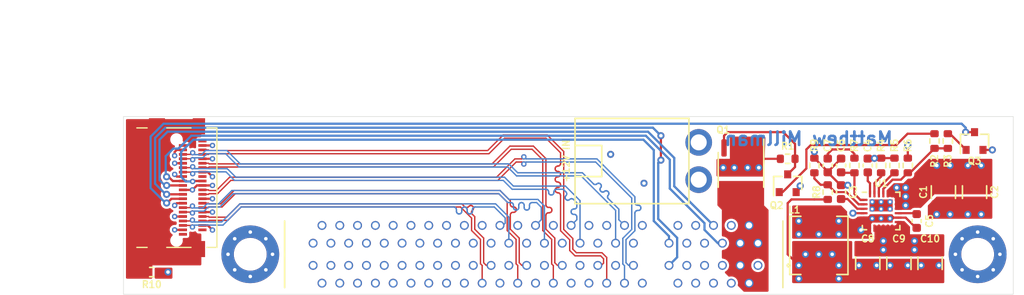
<source format=kicad_pcb>
(kicad_pcb (version 20171130) (host pcbnew "(5.1.10)-1")
  (layers (0 F.Cu signal hide) (1 In1.Cu signal) (2 In2.Cu signal) (31 B.Cu signal hide) (34 B.Paste user) (35 F.Paste user) (36 B.SilkS user) (37 F.SilkS user) (38 B.Mask user) (39 F.Mask user hide) (44 Edge.Cuts user))
  (net 0 "")
  (net 1 GND)
  (net 2 +12VA)
  (net 3 "Net-(C3-Pad2)")
  (net 4 "Net-(C4-Pad1)")
  (net 5 "Net-(C5-Pad1)")
  (net 6 "Net-(C6-Pad1)")
  (net 7 +3V3)
  (net 8 "Net-(J1-PadA1)")
  (net 9 /X8_PET0_P)
  (net 10 /X8_PET0_N)
  (net 11 /X8_PET1_P)
  (net 12 /X8_PET1_N)
  (net 13 /SMCLK)
  (net 14 /SMDAT)
  (net 15 /~PERST)
  (net 16 /~CPRSNT)
  (net 17 /X8_PET2_P)
  (net 18 /X8_PET2_N)
  (net 19 /X8_PET3_P)
  (net 20 /X8_PET3_N)
  (net 21 "Net-(J1-PadA21)")
  (net 22 "Net-(J1-PadB1)")
  (net 23 /X8_PER0_P)
  (net 24 /X8_PER0_N)
  (net 25 /X8_PER1_P)
  (net 26 /X8_PER1_N)
  (net 27 "Net-(J1-PadB9)")
  (net 28 /REFCLK_0_P)
  (net 29 /REFCLK_0_N)
  (net 30 /X8_PER2_P)
  (net 31 /X8_PER2_N)
  (net 32 /X8_PER3_P)
  (net 33 /X8_PER3_N)
  (net 34 "Net-(J1-PadB21)")
  (net 35 "Net-(J2-PadA48)")
  (net 36 "Net-(J2-PadB48)")
  (net 37 "Net-(J2-PadA47)")
  (net 38 "Net-(J2-PadB46)")
  (net 39 "Net-(J2-PadB45)")
  (net 40 "Net-(J2-PadA44)")
  (net 41 "Net-(J2-PadA43)")
  (net 42 "Net-(J2-PadB42)")
  (net 43 "Net-(J2-PadB41)")
  (net 44 "Net-(J2-PadA40)")
  (net 45 "Net-(J2-PadA39)")
  (net 46 "Net-(J2-PadB38)")
  (net 47 "Net-(J2-PadB37)")
  (net 48 "Net-(J2-PadA36)")
  (net 49 "Net-(J2-PadA35)")
  (net 50 "Net-(J2-PadB34)")
  (net 51 "Net-(J2-PadA33)")
  (net 52 "Net-(J2-PadB33)")
  (net 53 "Net-(J2-PadA32)")
  (net 54 "Net-(J2-PadB31)")
  (net 55 "Net-(J2-PadB30)")
  (net 56 "Net-(J2-PadA19)")
  (net 57 "Net-(J2-PadB17)")
  (net 58 "Net-(J2-PadB12)")
  (net 59 /~WAKE)
  (net 60 "Net-(J2-PadB9)")
  (net 61 +12V)
  (net 62 "Net-(J2-PadA8)")
  (net 63 "Net-(J2-PadA7)")
  (net 64 "Net-(J2-PadA6)")
  (net 65 "Net-(J2-PadA5)")
  (net 66 "Net-(J2-PadA1)")
  (net 67 "Net-(Q1-Pad4)")
  (net 68 "Net-(Q2-Pad1)")
  (net 69 "Net-(Q3-Pad1)")
  (net 70 /PG)
  (net 71 "Net-(R4-Pad1)")
  (net 72 "Net-(R5-Pad1)")
  (net 73 "Net-(R8-Pad2)")
  (net 74 "Net-(C7-Pad1)")
  (net 75 /SW)
  (net 76 "Net-(J1-PadM)")
  (module SCREWHOLE:SCREWHOLE (layer F.Cu) (at 103.75 70)
    (fp_text reference J5 hide)
    (fp_text value "SCREW HOLE")
    (fp_circle (center 0 0) (end 2.55 0) (layer B.Cu) (width 1.4))
    (fp_circle (center 0 0) (end 2.55 0) (layer F.Cu) (width 1.4))
    (pad "" np_thru_hole circle (at 0 0) (size 3.3 3.3) (drill 3.3) (layers *.Cu *.Mask))
    (pad 1 thru_hole circle (at 0 -2.5) (size 0.8 0.8) (drill 0.4) (layers *.Cu *.Mask) (net 1 GND))
    (pad 1 thru_hole circle (at 2.5 0) (size 0.8 0.8) (drill 0.4) (layers *.Cu *.Mask) (net 1 GND))
    (pad 1 thru_hole circle (at 0 2.5) (size 0.8 0.8) (drill 0.4) (layers *.Cu *.Mask) (net 1 GND))
    (pad 1 thru_hole circle (at -2.5 0) (size 0.8 0.8) (drill 0.4) (layers *.Cu *.Mask) (net 1 GND))
    (pad 1 thru_hole circle (at -1.75 -1.75) (size 0.8 0.8) (drill 0.4) (layers *.Cu *.Mask) (net 1 GND))
    (pad 1 thru_hole circle (at 1.75 -1.75) (size 0.8 0.8) (drill 0.4) (layers *.Cu *.Mask) (net 1 GND))
    (pad 1 thru_hole circle (at 1.75 1.75) (size 0.8 0.8) (drill 0.4) (layers *.Cu *.Mask) (net 1 GND))
    (pad 1 thru_hole circle (at -1.75 1.75) (size 0.8 0.8) (drill 0.4) (layers *.Cu *.Mask) (net 1 GND))
  )
  (module SCREWHOLE:SCREWHOLE (layer F.Cu) (at 185.5 70)
    (fp_text reference J4 hide)
    (fp_text value "SCREW HOLE")
    (fp_circle (center 0 0) (end 2.55 0) (layer B.Cu) (width 1.4))
    (fp_circle (center 0 0) (end 2.55 0) (layer F.Cu) (width 1.4))
    (pad "" np_thru_hole circle (at 0 0) (size 3.3 3.3) (drill 3.3) (layers *.Cu *.Mask))
    (pad 1 thru_hole circle (at 0 -2.5) (size 0.8 0.8) (drill 0.4) (layers *.Cu *.Mask) (net 1 GND))
    (pad 1 thru_hole circle (at 2.5 0) (size 0.8 0.8) (drill 0.4) (layers *.Cu *.Mask) (net 1 GND))
    (pad 1 thru_hole circle (at 0 2.5) (size 0.8 0.8) (drill 0.4) (layers *.Cu *.Mask) (net 1 GND))
    (pad 1 thru_hole circle (at -2.5 0) (size 0.8 0.8) (drill 0.4) (layers *.Cu *.Mask) (net 1 GND))
    (pad 1 thru_hole circle (at -1.75 -1.75) (size 0.8 0.8) (drill 0.4) (layers *.Cu *.Mask) (net 1 GND))
    (pad 1 thru_hole circle (at 1.75 -1.75) (size 0.8 0.8) (drill 0.4) (layers *.Cu *.Mask) (net 1 GND))
    (pad 1 thru_hole circle (at 1.75 1.75) (size 0.8 0.8) (drill 0.4) (layers *.Cu *.Mask) (net 1 GND))
    (pad 1 thru_hole circle (at -1.75 1.75) (size 0.8 0.8) (drill 0.4) (layers *.Cu *.Mask) (net 1 GND))
  )
  (module G14A421211112HR:G14A421211112HR (layer F.Cu) (at 91 62.5 270)
    (fp_text reference J1 hide)
    (fp_text value OCUx4EP)
    (pad "" np_thru_hole circle (at -5.42 -4.46 270) (size 0.9 0.9) (drill 0.9) (layers *.Cu *.Mask))
    (pad "" np_thru_hole circle (at 5.95 -4.46 270) (size 0.9 0.9) (drill 0.9) (layers *.Cu *.Mask))
    (pad M smd rect (at -6.91 -2.26 270) (size 1.81 1.8) (layers F.Cu F.Paste F.Mask) (net 76 "Net-(J1-PadM)"))
    (pad M smd rect (at 6.91 -2.26 270) (size 1.81 1.8) (layers F.Cu F.Paste F.Mask) (net 76 "Net-(J1-PadM)"))
    (pad M smd rect (at -6.91 -6.98 270) (size 1.81 1.38) (layers F.Cu F.Paste F.Mask) (net 76 "Net-(J1-PadM)"))
    (pad M smd rect (at 6.91 -6.98 270) (size 1.81 1.38) (layers F.Cu F.Paste F.Mask) (net 76 "Net-(J1-PadM)"))
    (pad A1 smd rect (at -4.75 -5.18 270) (size 0.31 0.91) (layers F.Cu F.Paste F.Mask) (net 8 "Net-(J1-PadA1)"))
    (pad A2 smd rect (at -4.25 -5.18 270) (size 0.31 0.91) (layers F.Cu F.Paste F.Mask) (net 1 GND))
    (pad A3 smd rect (at -3.75 -5.18 270) (size 0.31 0.91) (layers F.Cu F.Paste F.Mask) (net 9 /X8_PET0_P))
    (pad A4 smd rect (at -3.25 -5.18 270) (size 0.31 0.91) (layers F.Cu F.Paste F.Mask) (net 10 /X8_PET0_N))
    (pad A5 smd rect (at -2.75 -5.18 270) (size 0.31 0.91) (layers F.Cu F.Paste F.Mask) (net 1 GND))
    (pad A6 smd rect (at -2.25 -5.18 270) (size 0.31 0.91) (layers F.Cu F.Paste F.Mask) (net 11 /X8_PET1_P))
    (pad A7 smd rect (at -1.75 -5.18 270) (size 0.31 0.91) (layers F.Cu F.Paste F.Mask) (net 12 /X8_PET1_N))
    (pad A8 smd rect (at -1.25 -5.18 270) (size 0.31 0.91) (layers F.Cu F.Paste F.Mask) (net 1 GND))
    (pad A9 smd rect (at -0.75 -5.18 270) (size 0.31 0.91) (layers F.Cu F.Paste F.Mask) (net 13 /SMCLK))
    (pad A10 smd rect (at -0.25 -5.18 270) (size 0.31 0.91) (layers F.Cu F.Paste F.Mask) (net 14 /SMDAT))
    (pad A11 smd rect (at 0.25 -5.18 270) (size 0.31 0.91) (layers F.Cu F.Paste F.Mask) (net 1 GND))
    (pad A12 smd rect (at 0.75 -5.18 270) (size 0.31 0.91) (layers F.Cu F.Paste F.Mask) (net 15 /~PERST))
    (pad A13 smd rect (at 1.25 -5.18 270) (size 0.31 0.91) (layers F.Cu F.Paste F.Mask) (net 16 /~CPRSNT))
    (pad A14 smd rect (at 1.75 -5.18 270) (size 0.31 0.91) (layers F.Cu F.Paste F.Mask) (net 1 GND))
    (pad A15 smd rect (at 2.25 -5.18 270) (size 0.31 0.91) (layers F.Cu F.Paste F.Mask) (net 17 /X8_PET2_P))
    (pad A16 smd rect (at 2.75 -5.18 270) (size 0.31 0.91) (layers F.Cu F.Paste F.Mask) (net 18 /X8_PET2_N))
    (pad A17 smd rect (at 3.25 -5.18 270) (size 0.31 0.91) (layers F.Cu F.Paste F.Mask) (net 1 GND))
    (pad A18 smd rect (at 3.75 -5.18 270) (size 0.31 0.91) (layers F.Cu F.Paste F.Mask) (net 19 /X8_PET3_P))
    (pad A19 smd rect (at 4.25 -5.18 270) (size 0.31 0.91) (layers F.Cu F.Paste F.Mask) (net 20 /X8_PET3_N))
    (pad A20 smd rect (at 4.75 -5.18 270) (size 0.31 0.91) (layers F.Cu F.Paste F.Mask) (net 1 GND))
    (pad A21 smd rect (at 5.25 -5.18 270) (size 0.31 0.91) (layers F.Cu F.Paste F.Mask) (net 21 "Net-(J1-PadA21)"))
    (pad B1 smd rect (at -5.25 -7.37 270) (size 0.31 0.91) (layers F.Cu F.Paste F.Mask) (net 22 "Net-(J1-PadB1)"))
    (pad B2 smd rect (at -4.75 -7.37 270) (size 0.31 0.91) (layers F.Cu F.Paste F.Mask) (net 1 GND))
    (pad B3 smd rect (at -4.25 -7.37 270) (size 0.31 0.91) (layers F.Cu F.Paste F.Mask) (net 23 /X8_PER0_P))
    (pad B4 smd rect (at -3.75 -7.37 270) (size 0.31 0.91) (layers F.Cu F.Paste F.Mask) (net 24 /X8_PER0_N))
    (pad B5 smd rect (at -3.25 -7.37 270) (size 0.31 0.91) (layers F.Cu F.Paste F.Mask) (net 1 GND))
    (pad B6 smd rect (at -2.75 -7.37 270) (size 0.31 0.91) (layers F.Cu F.Paste F.Mask) (net 25 /X8_PER1_P))
    (pad B7 smd rect (at -2.25 -7.37 270) (size 0.31 0.91) (layers F.Cu F.Paste F.Mask) (net 26 /X8_PER1_N))
    (pad B8 smd rect (at -1.75 -7.37 270) (size 0.31 0.91) (layers F.Cu F.Paste F.Mask) (net 1 GND))
    (pad B9 smd rect (at -1.25 -7.37 270) (size 0.31 0.91) (layers F.Cu F.Paste F.Mask) (net 27 "Net-(J1-PadB9)"))
    (pad B10 smd rect (at -0.75 -7.37 270) (size 0.31 0.91) (layers F.Cu F.Paste F.Mask) (net 59 /~WAKE))
    (pad B11 smd rect (at -0.25 -7.37 270) (size 0.31 0.91) (layers F.Cu F.Paste F.Mask) (net 1 GND))
    (pad B12 smd rect (at 0.25 -7.37 270) (size 0.31 0.91) (layers F.Cu F.Paste F.Mask) (net 28 /REFCLK_0_P))
    (pad B13 smd rect (at 0.75 -7.37 270) (size 0.31 0.91) (layers F.Cu F.Paste F.Mask) (net 29 /REFCLK_0_N))
    (pad B14 smd rect (at 1.25 -7.37 270) (size 0.31 0.91) (layers F.Cu F.Paste F.Mask) (net 1 GND))
    (pad B15 smd rect (at 1.75 -7.37 270) (size 0.31 0.91) (layers F.Cu F.Paste F.Mask) (net 30 /X8_PER2_P))
    (pad B16 smd rect (at 2.25 -7.37 270) (size 0.31 0.91) (layers F.Cu F.Paste F.Mask) (net 31 /X8_PER2_N))
    (pad B17 smd rect (at 2.75 -7.37 270) (size 0.31 0.91) (layers F.Cu F.Paste F.Mask) (net 1 GND))
    (pad B18 smd rect (at 3.25 -7.37 270) (size 0.31 0.91) (layers F.Cu F.Paste F.Mask) (net 32 /X8_PER3_P))
    (pad B19 smd rect (at 3.75 -7.37 270) (size 0.31 0.91) (layers F.Cu F.Paste F.Mask) (net 33 /X8_PER3_N))
    (pad B20 smd rect (at 4.25 -7.37 270) (size 0.31 0.91) (layers F.Cu F.Paste F.Mask) (net 1 GND))
    (pad B21 smd rect (at 4.75 -7.37 270) (size 0.31 0.91) (layers F.Cu F.Paste F.Mask) (net 34 "Net-(J1-PadB21)"))
  )
  (module Resistor_SMD:R_0603_1608Metric (layer F.Cu) (at 92.675 72 180)
    (fp_text reference R10 (at 0 -1.4) (layer F.SilkS) (effects (font (size 0.762 0.762) (thickness 0.1524))))
    (fp_text value NF)
    (pad 1 smd roundrect (at -0.825 0 180) (size 0.8 0.95) (layers F.Cu F.Paste F.Mask) (net 1 GND))
    (pad 2 smd roundrect (at 0.825 0 180) (size 0.8 0.95) (layers F.Cu F.Paste F.Mask) (net 76 "Net-(J1-PadM)"))
  )
  (module QFN-24-2EP_4x4mm_P0.5mm_EP2.6x2.6mm:QFN-24-2EP_4x4mm_P0.5mm_EP2.6x2.6mm (layer F.Cu) (at 174.65 65.125)
    (fp_text reference U1 (at 0 -3.125) (layer F.SilkS) (effects (font (size 0.762 0.762) (thickness 0.1524))))
    (fp_text value ADP2387)
    (pad 25 smd rect (at 0 -0.625) (size 2.6 1.35) (layers F.Cu F.Mask) (net 1 GND))
    (pad 24 smd roundrect (at -1.25 -1.9375) (size 0.25 0.825) (layers F.Cu F.Paste F.Mask) (net 4 "Net-(C4-Pad1)"))
    (pad 23 smd roundrect (at -0.75 -1.9375) (size 0.25 0.825) (layers F.Cu F.Paste F.Mask) (net 71 "Net-(R4-Pad1)"))
    (pad 22 smd roundrect (at -0.25 -1.9375) (size 0.25 0.825) (layers F.Cu F.Paste F.Mask) (net 72 "Net-(R5-Pad1)"))
    (pad 21 smd roundrect (at 0.25 -1.9375) (size 0.25 0.825) (layers F.Cu F.Paste F.Mask) (net 70 /PG))
    (pad 20 smd roundrect (at 0.75 -1.9375) (size 0.25 0.825) (layers F.Cu F.Paste F.Mask) (net 2 +12VA))
    (pad 19 smd roundrect (at 1.25 -1.9375) (size 0.25 0.825) (layers F.Cu F.Paste F.Mask) (net 2 +12VA))
    (pad 18 smd roundrect (at 1.9375 -1.25) (size 0.825 0.25) (layers F.Cu F.Paste F.Mask) (net 2 +12VA))
    (pad 17 smd roundrect (at 1.9375 -0.75) (size 0.825 0.25) (layers F.Cu F.Paste F.Mask) (net 2 +12VA))
    (pad 16 smd roundrect (at 1.9375 -0.25) (size 0.825 0.25) (layers F.Cu F.Paste F.Mask) (net 2 +12VA))
    (pad 15 smd roundrect (at 1.9375 0.25) (size 0.825 0.25) (layers F.Cu F.Paste F.Mask) (net 5 "Net-(C5-Pad1)"))
    (pad 14 smd roundrect (at 1.9375 0.75) (size 0.825 0.25) (layers F.Cu F.Paste F.Mask) (net 75 /SW))
    (pad 13 smd roundrect (at 1.9375 1.25) (size 0.825 0.25) (layers F.Cu F.Paste F.Mask) (net 1 GND))
    (pad 12 smd roundrect (at 1.25 1.9375) (size 0.25 0.825) (layers F.Cu F.Paste F.Mask) (net 1 GND))
    (pad 11 smd roundrect (at 0.75 1.9375) (size 0.25 0.825) (layers F.Cu F.Paste F.Mask) (net 1 GND))
    (pad 10 smd roundrect (at 0.25 1.9375) (size 0.25 0.825) (layers F.Cu F.Paste F.Mask) (net 1 GND))
    (pad 9 smd roundrect (at -0.25 1.9375) (size 0.25 0.825) (layers F.Cu F.Paste F.Mask) (net 1 GND))
    (pad 8 smd roundrect (at -0.75 1.9375) (size 0.25 0.825) (layers F.Cu F.Paste F.Mask) (net 1 GND))
    (pad 7 smd roundrect (at -1.25 1.9375) (size 0.25 0.825) (layers F.Cu F.Paste F.Mask) (net 75 /SW))
    (pad 6 smd roundrect (at -1.9375 1.25) (size 0.825 0.25) (layers F.Cu F.Paste F.Mask) (net 75 /SW))
    (pad 5 smd roundrect (at -1.9375 0.75) (size 0.825 0.25) (layers F.Cu F.Paste F.Mask) (net 75 /SW))
    (pad 4 smd roundrect (at -1.9375 0.25) (size 0.825 0.25) (layers F.Cu F.Paste F.Mask) (net 1 GND))
    (pad 3 smd roundrect (at -1.9375 -0.25) (size 0.825 0.25) (layers F.Cu F.Paste F.Mask) (net 3 "Net-(C3-Pad2)"))
    (pad 2 smd roundrect (at -1.9375 -0.75) (size 0.825 0.25) (layers F.Cu F.Paste F.Mask) (net 73 "Net-(R8-Pad2)"))
    (pad 1 smd roundrect (at -1.9375 -1.25) (size 0.825 0.25) (layers F.Cu F.Paste F.Mask) (net 6 "Net-(C6-Pad1)"))
    (pad 26 smd rect (at 0 0.85) (size 2.6 0.9) (layers F.Cu F.Mask) (net 75 /SW))
  )
  (module MINI_FIT_JR_1X2_RA:MINI_FIT_JR_1X2_RA (layer F.Cu) (at 140.25 59.5 90)
    (fp_text reference J3 hide)
    (fp_text value "+12V IN" (at 0 -1 90) (layer F.SilkS) (effects (font (size 0.762 0.762) (thickness 0.1524))))
    (pad 1 thru_hole circle (at -2.1 13.9 90) (size 3 3) (drill 1.8) (layers *.Cu *.Mask) (net 1 GND))
    (pad 2 thru_hole circle (at 2.1 13.9 90) (size 3 3) (drill 1.8) (layers *.Cu *.Mask) (net 2 +12VA))
    (pad "" np_thru_hole circle (at 0 6.6 90) (size 3 3) (drill 3) (layers *.Cu *.Mask))
  )
  (module Resistor_SMD:R_0603_1608Metric (layer F.Cu) (at 167.15 60 90)
    (fp_text reference R9 (at 2.25 0 90) (layer F.SilkS) (effects (font (size 0.762 0.762) (thickness 0.1524))))
    (fp_text value 2K21)
    (pad 2 smd roundrect (at 0.825 0 90) (size 0.8 0.95) (layers F.Cu F.Paste F.Mask) (net 1 GND))
    (pad 1 smd roundrect (at -0.825 0 90) (size 0.8 0.95) (layers F.Cu F.Paste F.Mask) (net 73 "Net-(R8-Pad2)"))
  )
  (module Resistor_SMD:R_0603_1608Metric (layer F.Cu) (at 168.65 63 90)
    (fp_text reference R8 (at 0 -1.25 90) (layer F.SilkS) (effects (font (size 0.762 0.762) (thickness 0.1524))))
    (fp_text value 10K)
    (pad 2 smd roundrect (at 0.825 0 90) (size 0.8 0.95) (layers F.Cu F.Paste F.Mask) (net 73 "Net-(R8-Pad2)"))
    (pad 1 smd roundrect (at -0.825 0 90) (size 0.8 0.95) (layers F.Cu F.Paste F.Mask) (net 7 +3V3))
  )
  (module Resistor_SMD:R_0603_1608Metric (layer F.Cu) (at 171.65 60 90)
    (fp_text reference R7 (at 2.25 0 90) (layer F.SilkS) (effects (font (size 0.762 0.762) (thickness 0.1524))))
    (fp_text value 44K2)
    (pad 2 smd roundrect (at 0.825 0 90) (size 0.8 0.95) (layers F.Cu F.Paste F.Mask) (net 74 "Net-(C7-Pad1)"))
    (pad 1 smd roundrect (at -0.825 0 90) (size 0.8 0.95) (layers F.Cu F.Paste F.Mask) (net 6 "Net-(C6-Pad1)"))
  )
  (module Resistor_SMD:R_0603_1608Metric (layer F.Cu) (at 177.65 60 270)
    (fp_text reference R6 (at -2.25 0 90) (layer F.SilkS) (effects (font (size 0.762 0.762) (thickness 0.1524))))
    (fp_text value 10K)
    (pad 2 smd roundrect (at 0.825 0 270) (size 0.8 0.95) (layers F.Cu F.Paste F.Mask) (net 70 /PG))
    (pad 1 smd roundrect (at -0.825 0 270) (size 0.8 0.95) (layers F.Cu F.Paste F.Mask) (net 2 +12VA))
  )
  (module Resistor_SMD:R_0603_1608Metric (layer F.Cu) (at 176.15 60 90)
    (fp_text reference R5 (at 2.25 0 90) (layer F.SilkS) (effects (font (size 0.762 0.762) (thickness 0.1524))))
    (fp_text value 100K)
    (pad 2 smd roundrect (at 0.825 0 90) (size 0.8 0.95) (layers F.Cu F.Paste F.Mask) (net 1 GND))
    (pad 1 smd roundrect (at -0.825 0 90) (size 0.8 0.95) (layers F.Cu F.Paste F.Mask) (net 72 "Net-(R5-Pad1)"))
  )
  (module Resistor_SMD:R_0603_1608Metric (layer F.Cu) (at 174.65 60 90)
    (fp_text reference R4 (at 2.25 0 90) (layer F.SilkS) (effects (font (size 0.762 0.762) (thickness 0.1524))))
    (fp_text value 44K2)
    (pad 2 smd roundrect (at 0.825 0 90) (size 0.8 0.95) (layers F.Cu F.Paste F.Mask) (net 1 GND))
    (pad 1 smd roundrect (at -0.825 0 90) (size 0.8 0.95) (layers F.Cu F.Paste F.Mask) (net 71 "Net-(R4-Pad1)"))
  )
  (module Resistor_SMD:R_0603_1608Metric (layer F.Cu) (at 182.15 57.25 270)
    (fp_text reference R3 (at 2.25 0 90) (layer F.SilkS) (effects (font (size 0.762 0.762) (thickness 0.1524))))
    (fp_text value 10K)
    (pad 2 smd roundrect (at 0.825 0 270) (size 0.8 0.95) (layers F.Cu F.Paste F.Mask) (net 70 /PG))
    (pad 1 smd roundrect (at -0.825 0 270) (size 0.8 0.95) (layers F.Cu F.Paste F.Mask) (net 69 "Net-(Q3-Pad1)"))
  )
  (module Resistor_SMD:R_0603_1608Metric (layer F.Cu) (at 180.65 57.25 90)
    (fp_text reference R2 (at -2.25 0 90) (layer F.SilkS) (effects (font (size 0.762 0.762) (thickness 0.1524))))
    (fp_text value 10K)
    (pad 2 smd roundrect (at 0.825 0 90) (size 0.8 0.95) (layers F.Cu F.Paste F.Mask) (net 68 "Net-(Q2-Pad1)"))
    (pad 1 smd roundrect (at -0.825 0 90) (size 0.8 0.95) (layers F.Cu F.Paste F.Mask) (net 70 /PG))
  )
  (module Resistor_SMD:R_0603_1608Metric (layer F.Cu) (at 164.15 59.25)
    (fp_text reference R1 (at 0 -1.43) (layer F.SilkS) (effects (font (size 0.762 0.762) (thickness 0.1524))))
    (fp_text value 10K)
    (pad 2 smd roundrect (at 0.825 0) (size 0.8 0.95) (layers F.Cu F.Paste F.Mask) (net 67 "Net-(Q1-Pad4)"))
    (pad 1 smd roundrect (at -0.825 0) (size 0.8 0.95) (layers F.Cu F.Paste F.Mask) (net 2 +12VA))
  )
  (module Package_TO_SOT_SMD:SOT-23 (layer F.Cu) (at 185.15 57.25 90)
    (fp_text reference Q3 (at -2.25 0 180) (layer F.SilkS) (effects (font (size 0.762 0.762) (thickness 0.1524))))
    (fp_text value BC847)
    (pad 3 smd rect (at 1 0 90) (size 0.9 0.8) (layers F.Cu F.Paste F.Mask) (net 16 /~CPRSNT))
    (pad 2 smd rect (at -1 0.95 90) (size 0.9 0.8) (layers F.Cu F.Paste F.Mask) (net 1 GND))
    (pad 1 smd rect (at -1 -0.95 90) (size 0.9 0.8) (layers F.Cu F.Paste F.Mask) (net 69 "Net-(Q3-Pad1)"))
  )
  (module Package_TO_SOT_SMD:SOT-23 (layer F.Cu) (at 164.15 62 90)
    (fp_text reference Q2 (at -2.5 -1.25 180) (layer F.SilkS) (effects (font (size 0.762 0.762) (thickness 0.1524))))
    (fp_text value BC847)
    (pad 3 smd rect (at 1 0 90) (size 0.9 0.8) (layers F.Cu F.Paste F.Mask) (net 67 "Net-(Q1-Pad4)"))
    (pad 2 smd rect (at -1 0.95 90) (size 0.9 0.8) (layers F.Cu F.Paste F.Mask) (net 1 GND))
    (pad 1 smd rect (at -1 -0.95 90) (size 0.9 0.8) (layers F.Cu F.Paste F.Mask) (net 68 "Net-(Q2-Pad1)"))
  )
  (module Package_SO:SOIC-8_3.9x4.9mm_P1.27mm (layer F.Cu) (at 158.9 60.5 270)
    (fp_text reference Q1 (at -4.5 2 180) (layer F.SilkS) (effects (font (size 0.762 0.762) (thickness 0.1524))))
    (fp_text value IRF9317)
    (pad 8 smd roundrect (at 2.475 -1.905 270) (size 1.95 0.6) (layers F.Cu F.Paste F.Mask) (net 61 +12V))
    (pad 7 smd roundrect (at 2.475 -0.635 270) (size 1.95 0.6) (layers F.Cu F.Paste F.Mask) (net 61 +12V))
    (pad 6 smd roundrect (at 2.475 0.635 270) (size 1.95 0.6) (layers F.Cu F.Paste F.Mask) (net 61 +12V))
    (pad 5 smd roundrect (at 2.475 1.905 270) (size 1.95 0.6) (layers F.Cu F.Paste F.Mask) (net 61 +12V))
    (pad 4 smd roundrect (at -2.475 1.905 270) (size 1.95 0.6) (layers F.Cu F.Paste F.Mask) (net 67 "Net-(Q1-Pad4)"))
    (pad 3 smd roundrect (at -2.475 0.635 270) (size 1.95 0.6) (layers F.Cu F.Paste F.Mask) (net 2 +12VA))
    (pad 2 smd roundrect (at -2.475 -0.635 270) (size 1.95 0.6) (layers F.Cu F.Paste F.Mask) (net 2 +12VA))
    (pad 1 smd roundrect (at -2.475 -1.905 270) (size 1.95 0.6) (layers F.Cu F.Paste F.Mask) (net 2 +12VA))
  )
  (module Inductor_SMD:L_Vishay_IHLP-2525 (layer F.Cu) (at 167.65 69 270)
    (fp_text reference L1 (at -4 2.75 180) (layer F.SilkS) (effects (font (size 0.762 0.762) (thickness 0.1524))))
    (fp_text value INDUCTOR)
    (pad 2 smd rect (at 2.921 0 270) (size 2.413 3.429) (layers F.Cu F.Paste F.Mask) (net 7 +3V3))
    (pad 1 smd rect (at -2.921 0 270) (size 2.413 3.429) (layers F.Cu F.Paste F.Mask) (net 75 /SW))
  )
  (module PCIE-098-02-F-D-TH:PCIE-098-02-F-D-TH (layer F.Cu) (at 107.61 70)
    (fp_text reference J2 hide)
    (fp_text value PCIeX8 hide)
    (pad "" np_thru_hole circle (at 1.39 0) (size 2.35 2.35) (drill 2.35) (layers *.Cu *.Mask))
    (pad A49 thru_hole circle (at 3.2 1.25) (size 1 1) (drill 0.7) (layers *.Cu *.Mask) (net 1 GND))
    (pad B49 thru_hole circle (at 3.2 -1.25) (size 1 1) (drill 0.7) (layers *.Cu *.Mask) (net 1 GND))
    (pad A48 thru_hole circle (at 4.2 3.25) (size 1 1) (drill 0.7) (layers *.Cu *.Mask) (net 35 "Net-(J2-PadA48)"))
    (pad B48 thru_hole circle (at 4.2 -3.25) (size 1 1) (drill 0.7) (layers *.Cu *.Mask) (net 36 "Net-(J2-PadB48)"))
    (pad A47 thru_hole circle (at 5.2 1.25) (size 1 1) (drill 0.7) (layers *.Cu *.Mask) (net 37 "Net-(J2-PadA47)"))
    (pad B47 thru_hole circle (at 5.2 -1.25) (size 1 1) (drill 0.7) (layers *.Cu *.Mask) (net 1 GND))
    (pad A46 thru_hole circle (at 6.2 3.25) (size 1 1) (drill 0.7) (layers *.Cu *.Mask) (net 1 GND))
    (pad B46 thru_hole circle (at 6.2 -3.25) (size 1 1) (drill 0.7) (layers *.Cu *.Mask) (net 38 "Net-(J2-PadB46)"))
    (pad A45 thru_hole circle (at 7.2 1.25) (size 1 1) (drill 0.7) (layers *.Cu *.Mask) (net 1 GND))
    (pad B45 thru_hole circle (at 7.2 -1.25) (size 1 1) (drill 0.7) (layers *.Cu *.Mask) (net 39 "Net-(J2-PadB45)"))
    (pad A44 thru_hole circle (at 8.2 3.25) (size 1 1) (drill 0.7) (layers *.Cu *.Mask) (net 40 "Net-(J2-PadA44)"))
    (pad B44 thru_hole circle (at 8.2 -3.25) (size 1 1) (drill 0.7) (layers *.Cu *.Mask) (net 1 GND))
    (pad A43 thru_hole circle (at 9.2 1.25) (size 1 1) (drill 0.7) (layers *.Cu *.Mask) (net 41 "Net-(J2-PadA43)"))
    (pad B43 thru_hole circle (at 9.2 -1.25) (size 1 1) (drill 0.7) (layers *.Cu *.Mask) (net 1 GND))
    (pad A42 thru_hole circle (at 10.2 3.25) (size 1 1) (drill 0.7) (layers *.Cu *.Mask) (net 1 GND))
    (pad B42 thru_hole circle (at 10.2 -3.25) (size 1 1) (drill 0.7) (layers *.Cu *.Mask) (net 42 "Net-(J2-PadB42)"))
    (pad A41 thru_hole circle (at 11.2 1.25) (size 1 1) (drill 0.7) (layers *.Cu *.Mask) (net 1 GND))
    (pad B41 thru_hole circle (at 11.2 -1.25) (size 1 1) (drill 0.7) (layers *.Cu *.Mask) (net 43 "Net-(J2-PadB41)"))
    (pad A40 thru_hole circle (at 12.2 3.25) (size 1 1) (drill 0.7) (layers *.Cu *.Mask) (net 44 "Net-(J2-PadA40)"))
    (pad B40 thru_hole circle (at 12.2 -3.25) (size 1 1) (drill 0.7) (layers *.Cu *.Mask) (net 1 GND))
    (pad A39 thru_hole circle (at 13.2 1.25) (size 1 1) (drill 0.7) (layers *.Cu *.Mask) (net 45 "Net-(J2-PadA39)"))
    (pad B39 thru_hole circle (at 13.2 -1.25) (size 1 1) (drill 0.7) (layers *.Cu *.Mask) (net 1 GND))
    (pad A38 thru_hole circle (at 14.2 3.25) (size 1 1) (drill 0.7) (layers *.Cu *.Mask) (net 1 GND))
    (pad B38 thru_hole circle (at 14.2 -3.25) (size 1 1) (drill 0.7) (layers *.Cu *.Mask) (net 46 "Net-(J2-PadB38)"))
    (pad A37 thru_hole circle (at 15.2 1.25) (size 1 1) (drill 0.7) (layers *.Cu *.Mask) (net 1 GND))
    (pad B37 thru_hole circle (at 15.2 -1.25) (size 1 1) (drill 0.7) (layers *.Cu *.Mask) (net 47 "Net-(J2-PadB37)"))
    (pad A36 thru_hole circle (at 16.2 3.25) (size 1 1) (drill 0.7) (layers *.Cu *.Mask) (net 48 "Net-(J2-PadA36)"))
    (pad B36 thru_hole circle (at 16.2 -3.25) (size 1 1) (drill 0.7) (layers *.Cu *.Mask) (net 1 GND))
    (pad A35 thru_hole circle (at 17.2 1.25) (size 1 1) (drill 0.7) (layers *.Cu *.Mask) (net 49 "Net-(J2-PadA35)"))
    (pad B35 thru_hole circle (at 17.2 -1.25) (size 1 1) (drill 0.7) (layers *.Cu *.Mask) (net 1 GND))
    (pad A34 thru_hole circle (at 18.2 3.25) (size 1 1) (drill 0.7) (layers *.Cu *.Mask) (net 1 GND))
    (pad B34 thru_hole circle (at 18.2 -3.25) (size 1 1) (drill 0.7) (layers *.Cu *.Mask) (net 50 "Net-(J2-PadB34)"))
    (pad A33 thru_hole circle (at 19.2 1.25) (size 1 1) (drill 0.7) (layers *.Cu *.Mask) (net 51 "Net-(J2-PadA33)"))
    (pad B33 thru_hole circle (at 19.2 -1.25) (size 1 1) (drill 0.7) (layers *.Cu *.Mask) (net 52 "Net-(J2-PadB33)"))
    (pad A32 thru_hole circle (at 20.2 3.25) (size 1 1) (drill 0.7) (layers *.Cu *.Mask) (net 53 "Net-(J2-PadA32)"))
    (pad B32 thru_hole circle (at 20.2 -3.25) (size 1 1) (drill 0.7) (layers *.Cu *.Mask) (net 1 GND))
    (pad A31 thru_hole circle (at 21.2 1.25) (size 1 1) (drill 0.7) (layers *.Cu *.Mask) (net 1 GND))
    (pad B31 thru_hole circle (at 21.2 -1.25) (size 1 1) (drill 0.7) (layers *.Cu *.Mask) (net 54 "Net-(J2-PadB31)"))
    (pad A30 thru_hole circle (at 22.2 3.25) (size 1 1) (drill 0.7) (layers *.Cu *.Mask) (net 33 /X8_PER3_N))
    (pad B30 thru_hole circle (at 22.2 -3.25) (size 1 1) (drill 0.7) (layers *.Cu *.Mask) (net 55 "Net-(J2-PadB30)"))
    (pad A29 thru_hole circle (at 23.2 1.25) (size 1 1) (drill 0.7) (layers *.Cu *.Mask) (net 32 /X8_PER3_P))
    (pad B29 thru_hole circle (at 23.2 -1.25) (size 1 1) (drill 0.7) (layers *.Cu *.Mask) (net 1 GND))
    (pad A28 thru_hole circle (at 24.2 3.25) (size 1 1) (drill 0.7) (layers *.Cu *.Mask) (net 1 GND))
    (pad B28 thru_hole circle (at 24.2 -3.25) (size 1 1) (drill 0.7) (layers *.Cu *.Mask) (net 20 /X8_PET3_N))
    (pad A27 thru_hole circle (at 25.2 1.25) (size 1 1) (drill 0.7) (layers *.Cu *.Mask) (net 1 GND))
    (pad B27 thru_hole circle (at 25.2 -1.25) (size 1 1) (drill 0.7) (layers *.Cu *.Mask) (net 19 /X8_PET3_P))
    (pad A26 thru_hole circle (at 26.2 3.25) (size 1 1) (drill 0.7) (layers *.Cu *.Mask) (net 31 /X8_PER2_N))
    (pad B26 thru_hole circle (at 26.2 -3.25) (size 1 1) (drill 0.7) (layers *.Cu *.Mask) (net 1 GND))
    (pad A25 thru_hole circle (at 27.2 1.25) (size 1 1) (drill 0.7) (layers *.Cu *.Mask) (net 30 /X8_PER2_P))
    (pad B25 thru_hole circle (at 27.2 -1.25) (size 1 1) (drill 0.7) (layers *.Cu *.Mask) (net 1 GND))
    (pad A24 thru_hole circle (at 28.2 3.25) (size 1 1) (drill 0.7) (layers *.Cu *.Mask) (net 1 GND))
    (pad B24 thru_hole circle (at 28.2 -3.25) (size 1 1) (drill 0.7) (layers *.Cu *.Mask) (net 18 /X8_PET2_N))
    (pad A23 thru_hole circle (at 29.2 1.25) (size 1 1) (drill 0.7) (layers *.Cu *.Mask) (net 1 GND))
    (pad B23 thru_hole circle (at 29.2 -1.25) (size 1 1) (drill 0.7) (layers *.Cu *.Mask) (net 17 /X8_PET2_P))
    (pad A22 thru_hole circle (at 30.2 3.25) (size 1 1) (drill 0.7) (layers *.Cu *.Mask) (net 26 /X8_PER1_N))
    (pad B22 thru_hole circle (at 30.2 -3.25) (size 1 1) (drill 0.7) (layers *.Cu *.Mask) (net 1 GND))
    (pad A21 thru_hole circle (at 31.2 1.25) (size 1 1) (drill 0.7) (layers *.Cu *.Mask) (net 25 /X8_PER1_P))
    (pad B21 thru_hole circle (at 31.2 -1.25) (size 1 1) (drill 0.7) (layers *.Cu *.Mask) (net 1 GND))
    (pad A20 thru_hole circle (at 32.2 3.25) (size 1 1) (drill 0.7) (layers *.Cu *.Mask) (net 1 GND))
    (pad B20 thru_hole circle (at 32.2 -3.25) (size 1 1) (drill 0.7) (layers *.Cu *.Mask) (net 12 /X8_PET1_N))
    (pad A19 thru_hole circle (at 33.2 1.25) (size 1 1) (drill 0.7) (layers *.Cu *.Mask) (net 56 "Net-(J2-PadA19)"))
    (pad B19 thru_hole circle (at 33.2 -1.25) (size 1 1) (drill 0.7) (layers *.Cu *.Mask) (net 11 /X8_PET1_P))
    (pad A18 thru_hole circle (at 34.2 3.25) (size 1 1) (drill 0.7) (layers *.Cu *.Mask) (net 1 GND))
    (pad B18 thru_hole circle (at 34.2 -3.25) (size 1 1) (drill 0.7) (layers *.Cu *.Mask) (net 1 GND))
    (pad A17 thru_hole circle (at 35.2 1.25) (size 1 1) (drill 0.7) (layers *.Cu *.Mask) (net 24 /X8_PER0_N))
    (pad B17 thru_hole circle (at 35.2 -1.25) (size 1 1) (drill 0.7) (layers *.Cu *.Mask) (net 57 "Net-(J2-PadB17)"))
    (pad A16 thru_hole circle (at 36.2 3.25) (size 1 1) (drill 0.7) (layers *.Cu *.Mask) (net 23 /X8_PER0_P))
    (pad B16 thru_hole circle (at 36.2 -3.25) (size 1 1) (drill 0.7) (layers *.Cu *.Mask) (net 1 GND))
    (pad A15 thru_hole circle (at 37.2 1.25) (size 1 1) (drill 0.7) (layers *.Cu *.Mask) (net 1 GND))
    (pad B15 thru_hole circle (at 37.2 -1.25) (size 1 1) (drill 0.7) (layers *.Cu *.Mask) (net 10 /X8_PET0_N))
    (pad A14 thru_hole circle (at 38.2 3.25) (size 1 1) (drill 0.7) (layers *.Cu *.Mask) (net 29 /REFCLK_0_N))
    (pad B14 thru_hole circle (at 38.2 -3.25) (size 1 1) (drill 0.7) (layers *.Cu *.Mask) (net 9 /X8_PET0_P))
    (pad A13 thru_hole circle (at 39.2 1.25) (size 1 1) (drill 0.7) (layers *.Cu *.Mask) (net 28 /REFCLK_0_P))
    (pad B13 thru_hole circle (at 39.2 -1.25) (size 1 1) (drill 0.7) (layers *.Cu *.Mask) (net 1 GND))
    (pad A12 thru_hole circle (at 40.2 3.25) (size 1 1) (drill 0.7) (layers *.Cu *.Mask) (net 1 GND))
    (pad B12 thru_hole circle (at 40.2 -3.25) (size 1 1) (drill 0.7) (layers *.Cu *.Mask) (net 58 "Net-(J2-PadB12)"))
    (pad "" np_thru_hole circle (at 41.55 0) (size 2.35 2.35) (drill 2.35) (layers *.Cu *.Mask))
    (pad B11 thru_hole circle (at 43.2 -1.25) (size 1 1) (drill 0.7) (layers *.Cu *.Mask) (net 59 /~WAKE))
    (pad B10 thru_hole circle (at 44.2 -3.25) (size 1 1) (drill 0.7) (layers *.Cu *.Mask) (net 7 +3V3))
    (pad B9 thru_hole circle (at 45.2 -1.25) (size 1 1) (drill 0.7) (layers *.Cu *.Mask) (net 60 "Net-(J2-PadB9)"))
    (pad B8 thru_hole circle (at 46.2 -3.25) (size 1 1) (drill 0.7) (layers *.Cu *.Mask) (net 7 +3V3))
    (pad B7 thru_hole circle (at 47.2 -1.25) (size 1 1) (drill 0.7) (layers *.Cu *.Mask) (net 1 GND))
    (pad B6 thru_hole circle (at 48.2 -3.25) (size 1 1) (drill 0.7) (layers *.Cu *.Mask) (net 14 /SMDAT))
    (pad B5 thru_hole circle (at 49.2 -1.25) (size 1 1) (drill 0.7) (layers *.Cu *.Mask) (net 13 /SMCLK))
    (pad B4 thru_hole circle (at 50.2 -3.25) (size 1 1) (drill 0.7) (layers *.Cu *.Mask) (net 1 GND))
    (pad B3 thru_hole circle (at 51.2 -1.25) (size 1 1) (drill 0.7) (layers *.Cu *.Mask) (net 61 +12V))
    (pad B2 thru_hole circle (at 52.2 -3.25) (size 1 1) (drill 0.7) (layers *.Cu *.Mask) (net 61 +12V))
    (pad B1 thru_hole circle (at 53.2 -1.25) (size 1 1) (drill 0.7) (layers *.Cu *.Mask) (net 61 +12V))
    (pad A11 thru_hole circle (at 43.2 1.25) (size 1 1) (drill 0.7) (layers *.Cu *.Mask) (net 15 /~PERST))
    (pad A10 thru_hole circle (at 44.2 3.25) (size 1 1) (drill 0.7) (layers *.Cu *.Mask) (net 7 +3V3))
    (pad A9 thru_hole circle (at 45.2 1.25) (size 1 1) (drill 0.7) (layers *.Cu *.Mask) (net 7 +3V3))
    (pad A8 thru_hole circle (at 46.2 3.25) (size 1 1) (drill 0.7) (layers *.Cu *.Mask) (net 62 "Net-(J2-PadA8)"))
    (pad A7 thru_hole circle (at 47.2 1.25) (size 1 1) (drill 0.7) (layers *.Cu *.Mask) (net 63 "Net-(J2-PadA7)"))
    (pad A6 thru_hole circle (at 48.2 3.25) (size 1 1) (drill 0.7) (layers *.Cu *.Mask) (net 64 "Net-(J2-PadA6)"))
    (pad A5 thru_hole circle (at 49.2 1.25) (size 1 1) (drill 0.7) (layers *.Cu *.Mask) (net 65 "Net-(J2-PadA5)"))
    (pad A4 thru_hole circle (at 50.2 3.25) (size 1 1) (drill 0.7) (layers *.Cu *.Mask) (net 1 GND))
    (pad A3 thru_hole circle (at 51.2 1.25) (size 1 1) (drill 0.7) (layers *.Cu *.Mask) (net 61 +12V))
    (pad A2 thru_hole circle (at 52.2 3.25) (size 1 1) (drill 0.7) (layers *.Cu *.Mask) (net 61 +12V))
    (pad A1 thru_hole circle (at 53.2 1.25) (size 1 1) (drill 0.7) (layers *.Cu *.Mask) (net 66 "Net-(J2-PadA1)"))
  )
  (module Capacitor_SMD:C_1210_3225Metric (layer F.Cu) (at 173.15 71 90)
    (fp_text reference C8 (at 2.75 0 180) (layer F.SilkS) (effects (font (size 0.762 0.762) (thickness 0.1524))))
    (fp_text value 47uF)
    (pad 2 smd roundrect (at 1.475 0 90) (size 1.15 2.7) (layers F.Cu F.Paste F.Mask) (roundrect_rratio 0.2173904347826087) (net 1 GND))
    (pad 1 smd roundrect (at -1.475 0 90) (size 1.15 2.7) (layers F.Cu F.Paste F.Mask) (roundrect_rratio 0.2173904347826087) (net 7 +3V3))
  )
  (module Capacitor_SMD:C_0603_1608Metric (layer F.Cu) (at 168.65 60 270)
    (fp_text reference C7 (at -2.25 0 90) (layer F.SilkS) (effects (font (size 0.762 0.762) (thickness 0.1524))))
    (fp_text value 1.2nF)
    (pad 2 smd roundrect (at 0.775 0 270) (size 0.9 0.95) (layers F.Cu F.Paste F.Mask) (net 1 GND))
    (pad 1 smd roundrect (at -0.775 0 270) (size 0.9 0.95) (layers F.Cu F.Paste F.Mask) (net 74 "Net-(C7-Pad1)"))
  )
  (module Capacitor_SMD:C_1210_3225Metric (layer F.Cu) (at 180.15 71 90)
    (fp_text reference C10 (at 2.75 0 180) (layer F.SilkS) (effects (font (size 0.762 0.762) (thickness 0.1524))))
    (fp_text value 47uF)
    (pad 2 smd roundrect (at 1.475 0 90) (size 1.15 2.7) (layers F.Cu F.Paste F.Mask) (roundrect_rratio 0.2173904347826087) (net 1 GND))
    (pad 1 smd roundrect (at -1.475 0 90) (size 1.15 2.7) (layers F.Cu F.Paste F.Mask) (roundrect_rratio 0.2173904347826087) (net 7 +3V3))
  )
  (module Capacitor_SMD:C_1210_3225Metric (layer F.Cu) (at 176.65 71 90)
    (fp_text reference C9 (at 2.75 0 180) (layer F.SilkS) (effects (font (size 0.762 0.762) (thickness 0.1524))))
    (fp_text value 47uF)
    (pad 2 smd roundrect (at 1.475 0 90) (size 1.15 2.7) (layers F.Cu F.Paste F.Mask) (roundrect_rratio 0.2173904347826087) (net 1 GND))
    (pad 1 smd roundrect (at -1.475 0 90) (size 1.15 2.7) (layers F.Cu F.Paste F.Mask) (roundrect_rratio 0.2173904347826087) (net 7 +3V3))
  )
  (module Capacitor_SMD:C_0603_1608Metric (layer F.Cu) (at 170.15 60 90)
    (fp_text reference C6 (at 2.25 0 90) (layer F.SilkS) (effects (font (size 0.762 0.762) (thickness 0.1524))))
    (fp_text value 4.7pF)
    (pad 2 smd roundrect (at 0.775 0 90) (size 0.9 0.95) (layers F.Cu F.Paste F.Mask) (net 1 GND))
    (pad 1 smd roundrect (at -0.775 0 90) (size 0.9 0.95) (layers F.Cu F.Paste F.Mask) (net 6 "Net-(C6-Pad1)"))
  )
  (module Capacitor_SMD:C_0603_1608Metric (layer F.Cu) (at 178.65 66.25 270)
    (fp_text reference C5 (at 0 -1.43 90) (layer F.SilkS) (effects (font (size 0.762 0.762) (thickness 0.1524))))
    (fp_text value 0.1)
    (pad 2 smd roundrect (at 0.775 0 270) (size 0.9 0.95) (layers F.Cu F.Paste F.Mask) (net 75 /SW))
    (pad 1 smd roundrect (at -0.775 0 270) (size 0.9 0.95) (layers F.Cu F.Paste F.Mask) (net 5 "Net-(C5-Pad1)"))
  )
  (module Capacitor_SMD:C_0603_1608Metric (layer F.Cu) (at 173.15 60 90)
    (fp_text reference C4 (at 2.25 0 90) (layer F.SilkS) (effects (font (size 0.762 0.762) (thickness 0.1524))))
    (fp_text value 22nF)
    (pad 2 smd roundrect (at 0.775 0 90) (size 0.9 0.95) (layers F.Cu F.Paste F.Mask) (net 1 GND))
    (pad 1 smd roundrect (at -0.775 0 90) (size 0.9 0.95) (layers F.Cu F.Paste F.Mask) (net 4 "Net-(C4-Pad1)"))
  )
  (module Capacitor_SMD:C_0603_1608Metric (layer F.Cu) (at 170.15 63 270)
    (fp_text reference C3 (at 0 -1.35 90) (layer F.SilkS) (effects (font (size 0.762 0.762) (thickness 0.1524))))
    (fp_text value 1uF)
    (pad 2 smd roundrect (at 0.775 0 270) (size 0.9 0.95) (layers F.Cu F.Paste F.Mask) (net 3 "Net-(C3-Pad2)"))
    (pad 1 smd roundrect (at -0.775 0 270) (size 0.9 0.95) (layers F.Cu F.Paste F.Mask) (net 1 GND))
  )
  (module Capacitor_SMD:C_1210_3225Metric (layer F.Cu) (at 185.15 63 270)
    (fp_text reference C2 (at 0 -2.25 90) (layer F.SilkS) (effects (font (size 0.762 0.762) (thickness 0.1524))))
    (fp_text value 10uF)
    (pad 2 smd roundrect (at 1.475 0 270) (size 1.15 2.7) (layers F.Cu F.Paste F.Mask) (roundrect_rratio 0.2173904347826087) (net 1 GND))
    (pad 1 smd roundrect (at -1.475 0 270) (size 1.15 2.7) (layers F.Cu F.Paste F.Mask) (roundrect_rratio 0.2173904347826087) (net 2 +12VA))
  )
  (module Capacitor_SMD:C_1210_3225Metric (layer F.Cu) (at 181.65 63 270)
    (fp_text reference C1 (at 0 2.25 270) (layer F.SilkS) (effects (font (size 0.762 0.762) (thickness 0.1524))))
    (fp_text value 10uF)
    (pad 2 smd roundrect (at 1.475 0 270) (size 1.15 2.7) (layers F.Cu F.Paste F.Mask) (roundrect_rratio 0.2173904347826087) (net 1 GND))
    (pad 1 smd roundrect (at -1.475 0 270) (size 1.15 2.7) (layers F.Cu F.Paste F.Mask) (roundrect_rratio 0.2173904347826087) (net 2 +12VA))
  )
  (gr_text "Matthew Millman" (at 166.5 57) (layer B.Cu) (effects (font (size 1.5 1.5) (thickness 0.3)) (justify mirror)))
  (gr_line (start 189.5 54.5) (end 89.5 54.5) (layer Edge.Cuts) (width 0.05))
  (gr_line (start 189.5 74.5) (end 189.5 54.5) (layer Edge.Cuts) (width 0.05))
  (gr_line (start 89.5 74.5) (end 189.5 74.5) (layer Edge.Cuts) (width 0.05))
  (gr_line (start 89.5 54.5) (end 89.5 74.5) (layer Edge.Cuts) (width 0.05))
  (segment (start 168.65 60.725) (end 170.15 59.225) (width 0.25) (layer F.Cu) (net 1))
  (segment (start 168.65 60.775) (end 168.65 60.725) (width 0.25) (layer F.Cu) (net 1))
  (segment (start 168.65 60.675) (end 167.15 59.175) (width 0.25) (layer F.Cu) (net 1))
  (segment (start 168.65 60.775) (end 168.65 60.675) (width 0.25) (layer F.Cu) (net 1))
  (segment (start 174.6 59.225) (end 174.65 59.175) (width 0.25) (layer F.Cu) (net 1))
  (segment (start 174.65 59.175) (end 176.15 59.175) (width 0.25) (layer F.Cu) (net 1))
  (segment (start 176.5875 66.375) (end 176.5875 66.8125) (width 0.25) (layer F.Cu) (net 1))
  (segment (start 176.3375 67.0625) (end 173.9 67.0625) (width 0.25) (layer F.Cu) (net 1))
  (segment (start 176.5875 66.8125) (end 176.3375 67.0625) (width 0.25) (layer F.Cu) (net 1))
  (segment (start 176.3375 69.2125) (end 176.65 69.525) (width 0.25) (layer F.Cu) (net 1))
  (segment (start 176.3375 67.0625) (end 176.3375 69.2125) (width 0.25) (layer F.Cu) (net 1))
  (segment (start 181.65 64.475) (end 185.15 64.475) (width 0.25) (layer F.Cu) (net 1))
  (segment (start 185.15 64.475) (end 186.925 64.475) (width 0.25) (layer F.Cu) (net 1))
  (segment (start 98.979299 60.75) (end 99.5 61.270701) (width 0.25) (layer F.Cu) (net 1))
  (via (at 99.5 61.270701) (size 0.6) (drill 0.3) (layers F.Cu B.Cu) (net 1))
  (segment (start 98.37 60.75) (end 98.979299 60.75) (width 0.25) (layer F.Cu) (net 1))
  (via (at 99.5 62.25) (size 0.6) (drill 0.3) (layers F.Cu B.Cu) (net 1))
  (segment (start 98.37 62.25) (end 99.5 62.25) (width 0.25) (layer F.Cu) (net 1))
  (via (at 99.5 57.75) (size 0.6) (drill 0.3) (layers F.Cu B.Cu) (net 1))
  (segment (start 98.37 57.75) (end 99.5 57.75) (width 0.25) (layer F.Cu) (net 1))
  (via (at 99.5 63.75) (size 0.6) (drill 0.3) (layers F.Cu B.Cu) (net 1))
  (segment (start 98.37 63.75) (end 99.5 63.75) (width 0.25) (layer F.Cu) (net 1))
  (via (at 95.25 59.75) (size 0.6) (drill 0.3) (layers F.Cu B.Cu) (net 1))
  (segment (start 95.25 59.75) (end 96.18 59.75) (width 0.25) (layer F.Cu) (net 1))
  (via (at 97.25 62.75) (size 0.6) (drill 0.3) (layers F.Cu B.Cu) (net 1))
  (segment (start 96.18 62.75) (end 97.25 62.75) (width 0.25) (layer F.Cu) (net 1))
  (segment (start 97.75 62.25) (end 98.37 62.25) (width 0.25) (layer F.Cu) (net 1))
  (segment (start 97.25 62.75) (end 97.75 62.25) (width 0.25) (layer F.Cu) (net 1))
  (via (at 95.25 64.5) (size 0.6) (drill 0.3) (layers F.Cu B.Cu) (net 1))
  (segment (start 95.5 64.25) (end 95.25 64.5) (width 0.25) (layer F.Cu) (net 1))
  (segment (start 96.18 64.25) (end 95.5 64.25) (width 0.25) (layer F.Cu) (net 1))
  (via (at 95.25 65.75) (size 0.6) (drill 0.3) (layers F.Cu B.Cu) (net 1))
  (segment (start 96.18 65.75) (end 95.25 65.75) (width 0.25) (layer F.Cu) (net 1))
  (via (at 95.25 67.25) (size 0.6) (drill 0.3) (layers F.Cu B.Cu) (net 1))
  (segment (start 96.18 67.25) (end 95.25 67.25) (width 0.25) (layer F.Cu) (net 1))
  (via (at 99.5 67.270701) (size 0.6) (drill 0.3) (layers F.Cu B.Cu) (net 1))
  (segment (start 98.979299 66.75) (end 99.5 67.270701) (width 0.25) (layer F.Cu) (net 1))
  (segment (start 98.37 66.75) (end 98.979299 66.75) (width 0.25) (layer F.Cu) (net 1))
  (segment (start 175.25 64.5) (end 175.5 64.25) (width 0.25) (layer F.Cu) (net 1))
  (segment (start 174.65 64.5) (end 175.25 64.5) (width 0.25) (layer F.Cu) (net 1))
  (segment (start 174.05 64.5) (end 173.8 64.25) (width 0.25) (layer F.Cu) (net 1))
  (segment (start 174.65 64.5) (end 174.05 64.5) (width 0.25) (layer F.Cu) (net 1))
  (segment (start 174.65 64.5) (end 174.65 64.75) (width 0.25) (layer F.Cu) (net 1))
  (via (at 171.478045 65.371955) (size 0.8) (drill 0.4) (layers F.Cu B.Cu) (net 1))
  (segment (start 171.48109 65.375) (end 171.478045 65.371955) (width 0.25) (layer F.Cu) (net 1))
  (segment (start 172.7125 65.375) (end 171.48109 65.375) (width 0.25) (layer F.Cu) (net 1))
  (via (at 173.9 59.2) (size 0.8) (drill 0.4) (layers F.Cu B.Cu) (net 1))
  (segment (start 173.925 59.225) (end 173.9 59.2) (width 0.25) (layer F.Cu) (net 1))
  (segment (start 173.15 59.225) (end 173.925 59.225) (width 0.25) (layer F.Cu) (net 1))
  (segment (start 173.925 59.225) (end 174.6 59.225) (width 0.25) (layer F.Cu) (net 1))
  (segment (start 185.15 64.75) (end 185.9 65.5) (width 0.25) (layer F.Cu) (net 1))
  (via (at 185.9 65.5) (size 0.8) (drill 0.4) (layers F.Cu B.Cu) (net 1))
  (segment (start 185.15 64.475) (end 185.15 64.75) (width 0.25) (layer F.Cu) (net 1))
  (via (at 184.4 65.5) (size 0.8) (drill 0.4) (layers F.Cu B.Cu) (net 1))
  (via (at 182.4 65.5) (size 0.8) (drill 0.4) (layers F.Cu B.Cu) (net 1))
  (segment (start 184.4 65.5) (end 182.4 65.5) (width 0.25) (layer F.Cu) (net 1))
  (via (at 180.9 65.5) (size 0.8) (drill 0.4) (layers F.Cu B.Cu) (net 1))
  (segment (start 180.9 65.225) (end 181.65 64.475) (width 0.25) (layer F.Cu) (net 1))
  (segment (start 180.9 65.5) (end 180.9 65.225) (width 0.25) (layer F.Cu) (net 1))
  (via (at 174.9 69.5) (size 0.8) (drill 0.4) (layers F.Cu B.Cu) (net 1))
  (segment (start 174.875 69.525) (end 174.9 69.5) (width 0.25) (layer F.Cu) (net 1))
  (segment (start 176.65 69.525) (end 174.875 69.525) (width 0.25) (layer F.Cu) (net 1))
  (segment (start 174.875 69.525) (end 173.15 69.525) (width 0.25) (layer F.Cu) (net 1))
  (via (at 178.4 69.5) (size 0.8) (drill 0.4) (layers F.Cu B.Cu) (net 1))
  (segment (start 178.425 69.525) (end 178.4 69.5) (width 0.25) (layer F.Cu) (net 1))
  (segment (start 176.65 69.525) (end 178.425 69.525) (width 0.25) (layer F.Cu) (net 1))
  (segment (start 178.425 69.525) (end 180.15 69.525) (width 0.25) (layer F.Cu) (net 1))
  (via (at 178.4 68.5) (size 0.8) (drill 0.4) (layers F.Cu B.Cu) (net 1))
  (segment (start 178.4 69.5) (end 178.4 68.5) (width 0.25) (layer F.Cu) (net 1))
  (via (at 174.9 68.5) (size 0.8) (drill 0.4) (layers F.Cu B.Cu) (net 1))
  (segment (start 174.9 69.5) (end 174.9 68.5) (width 0.25) (layer F.Cu) (net 1))
  (via (at 187.15 58.25) (size 0.8) (drill 0.4) (layers F.Cu B.Cu) (net 1))
  (segment (start 186.1 58.25) (end 187.15 58.25) (width 0.25) (layer F.Cu) (net 1))
  (segment (start 95.25 61) (end 95.5 61.25) (width 0.25) (layer F.Cu) (net 1))
  (segment (start 95.5 61.25) (end 96.18 61.25) (width 0.25) (layer F.Cu) (net 1))
  (via (at 95.25 61) (size 0.6) (drill 0.3) (layers F.Cu B.Cu) (net 1))
  (via (at 95.247176 58.9) (size 0.6) (drill 0.3) (layers F.Cu B.Cu) (net 1))
  (segment (start 95.475 58.25) (end 95.247176 58.477824) (width 0.25) (layer F.Cu) (net 1))
  (segment (start 96.18 58.25) (end 95.475 58.25) (width 0.25) (layer F.Cu) (net 1))
  (segment (start 95.247176 58.477824) (end 95.247176 58.9) (width 0.25) (layer F.Cu) (net 1))
  (via (at 173.65 64.1) (size 0.6) (drill 0.3) (layers F.Cu B.Cu) (net 1))
  (segment (start 174.05 64.5) (end 173.65 64.1) (width 0.25) (layer F.Cu) (net 1))
  (via (at 173.65 64.9) (size 0.6) (drill 0.3) (layers F.Cu B.Cu) (net 1))
  (via (at 174.65 64.9) (size 0.6) (drill 0.3) (layers F.Cu B.Cu) (net 1))
  (segment (start 173.65 64.9) (end 174.65 64.9) (width 0.25) (layer F.Cu) (net 1))
  (via (at 175.65 64.9) (size 0.6) (drill 0.3) (layers F.Cu B.Cu) (net 1))
  (via (at 175.65 64.1) (size 0.6) (drill 0.3) (layers F.Cu B.Cu) (net 1))
  (segment (start 175.65 64.9) (end 175.65 64.1) (width 0.25) (layer F.Cu) (net 1))
  (via (at 174.65 64.1) (size 0.6) (drill 0.3) (layers F.Cu B.Cu) (net 1))
  (via (at 144.25 58.75) (size 0.8) (drill 0.4) (layers F.Cu B.Cu) (net 1))
  (via (at 148 62) (size 0.8) (drill 0.4) (layers F.Cu B.Cu) (net 1))
  (via (at 94.5 72) (size 0.8) (drill 0.4) (layers F.Cu B.Cu) (net 1))
  (segment (start 94.5 72) (end 93.5 72) (width 0.25) (layer F.Cu) (net 1))
  (segment (start 165.55 62.55) (end 165.55 62.3) (width 0.25) (layer F.Cu) (net 1))
  (segment (start 165.1 63) (end 165.55 62.55) (width 0.25) (layer F.Cu) (net 1))
  (via (at 165.55 62.3) (size 0.8) (drill 0.4) (layers F.Cu B.Cu) (net 1))
  (via (at 99.5 59.25) (size 0.6) (drill 0.3) (layers F.Cu B.Cu) (net 1))
  (segment (start 98.37 59.25) (end 99.5 59.25) (width 0.25) (layer F.Cu) (net 1))
  (via (at 99.500026 65.25) (size 0.6) (drill 0.3) (layers F.Cu B.Cu) (net 1))
  (segment (start 98.37 65.25) (end 99.500026 65.25) (width 0.25) (layer F.Cu) (net 1))
  (via (at 170.9 62.225) (size 0.8) (drill 0.4) (layers F.Cu B.Cu) (net 1))
  (segment (start 170.15 62.225) (end 170.9 62.225) (width 0.25) (layer F.Cu) (net 1))
  (via (at 167.15 58.45) (size 0.8) (drill 0.4) (layers F.Cu B.Cu) (net 1))
  (segment (start 167.15 59.175) (end 167.15 58.45) (width 0.25) (layer F.Cu) (net 1))
  (segment (start 170.1 62.225) (end 168.65 60.775) (width 0.25) (layer F.Cu) (net 1))
  (segment (start 170.15 62.225) (end 170.1 62.225) (width 0.25) (layer F.Cu) (net 1))
  (segment (start 185.15 61.525) (end 181.65 61.525) (width 0.25) (layer F.Cu) (net 2))
  (segment (start 175.4 63.1875) (end 175.9 63.1875) (width 0.25) (layer F.Cu) (net 2))
  (segment (start 176.5875 64.875) (end 176.5875 63.875) (width 0.25) (layer F.Cu) (net 2))
  (segment (start 176.5875 63.4375) (end 176.5875 63.875) (width 0.25) (layer F.Cu) (net 2))
  (segment (start 176.3375 63.1875) (end 176.5875 63.4375) (width 0.25) (layer F.Cu) (net 2))
  (segment (start 175.9 63.1875) (end 176.3375 63.1875) (width 0.25) (layer F.Cu) (net 2))
  (segment (start 160.805 58.025) (end 159.535 58.025) (width 0.25) (layer F.Cu) (net 2))
  (segment (start 159.535 58.025) (end 158.265 58.025) (width 0.25) (layer F.Cu) (net 2))
  (via (at 177.65 57.75) (size 0.8) (drill 0.4) (layers F.Cu B.Cu) (net 2))
  (segment (start 177.65 57.75) (end 177.65 59.175) (width 0.25) (layer F.Cu) (net 2))
  (via (at 180.9 60) (size 0.8) (drill 0.4) (layers F.Cu B.Cu) (net 2))
  (segment (start 181.65 61.525) (end 181.65 60.75) (width 0.25) (layer F.Cu) (net 2))
  (segment (start 181.65 60.75) (end 180.9 60) (width 0.25) (layer F.Cu) (net 2))
  (via (at 182.4 60) (size 0.8) (drill 0.4) (layers F.Cu B.Cu) (net 2))
  (segment (start 180.9 60) (end 182.4 60) (width 0.25) (layer F.Cu) (net 2))
  (via (at 185.9 60) (size 0.8) (drill 0.4) (layers F.Cu B.Cu) (net 2))
  (segment (start 185.9 60) (end 184.4 60) (width 0.25) (layer F.Cu) (net 2))
  (via (at 184.4 60) (size 0.8) (drill 0.4) (layers F.Cu B.Cu) (net 2))
  (via (at 160.9 60.25) (size 0.8) (drill 0.4) (layers F.Cu B.Cu) (net 2))
  (segment (start 160.805 58.025) (end 160.805 60.155) (width 0.25) (layer F.Cu) (net 2))
  (segment (start 160.805 60.155) (end 160.9 60.25) (width 0.25) (layer F.Cu) (net 2))
  (via (at 156.9 60.25) (size 0.8) (drill 0.4) (layers F.Cu B.Cu) (net 2))
  (via (at 159.650015 60.25) (size 0.8) (drill 0.4) (layers F.Cu B.Cu) (net 2))
  (segment (start 159.535 58.025) (end 159.535 60.134985) (width 0.25) (layer F.Cu) (net 2))
  (segment (start 159.535 60.134985) (end 159.650015 60.25) (width 0.25) (layer F.Cu) (net 2))
  (via (at 158.15003 60.25) (size 0.8) (drill 0.4) (layers F.Cu B.Cu) (net 2))
  (segment (start 158.265 60.13503) (end 158.15003 60.25) (width 0.25) (layer F.Cu) (net 2))
  (segment (start 158.265 58.025) (end 158.265 60.13503) (width 0.25) (layer F.Cu) (net 2))
  (segment (start 181.65 61.525) (end 178.675 64.5) (width 0.25) (layer F.Cu) (net 2))
  (segment (start 177.2125 64.5) (end 177.4 64.5) (width 0.25) (layer F.Cu) (net 2))
  (segment (start 176.5875 63.875) (end 177.2125 64.5) (width 0.25) (layer F.Cu) (net 2))
  (segment (start 178.675 64.5) (end 177.4 64.5) (width 0.25) (layer F.Cu) (net 2))
  (via (at 177.4 64.5) (size 0.8) (drill 0.4) (layers F.Cu B.Cu) (net 2))
  (via (at 177.4 63.5) (size 0.8) (drill 0.4) (layers F.Cu B.Cu) (net 2))
  (via (at 177.4 62.5) (size 0.8) (drill 0.4) (layers F.Cu B.Cu) (net 2))
  (segment (start 176.5875 62.6875) (end 176.4 62.5) (width 0.25) (layer F.Cu) (net 2))
  (segment (start 176.5875 63.875) (end 176.5875 62.6875) (width 0.25) (layer F.Cu) (net 2))
  (via (at 176.4 62.5) (size 0.8) (drill 0.4) (layers F.Cu B.Cu) (net 2))
  (segment (start 160.9 59.5) (end 160.9 60.25) (width 0.25) (layer F.Cu) (net 2))
  (segment (start 161.15 59.25) (end 160.9 59.5) (width 0.25) (layer F.Cu) (net 2))
  (segment (start 163.075 59.25) (end 161.15 59.25) (width 0.25) (layer F.Cu) (net 2))
  (segment (start 171.975 64.875) (end 172.7125 64.875) (width 0.25) (layer F.Cu) (net 3))
  (segment (start 170.875 63.775) (end 171.975 64.875) (width 0.25) (layer F.Cu) (net 3))
  (segment (start 170.875 63.775) (end 170.15 63.775) (width 0.25) (layer F.Cu) (net 3))
  (segment (start 173.15 60.775) (end 173.15 61.75) (width 0.25) (layer F.Cu) (net 4))
  (segment (start 173.4 62) (end 173.4 63.1875) (width 0.25) (layer F.Cu) (net 4))
  (segment (start 173.15 61.75) (end 173.4 62) (width 0.25) (layer F.Cu) (net 4))
  (segment (start 178.55 65.375) (end 178.65 65.475) (width 0.25) (layer F.Cu) (net 5))
  (segment (start 176.5875 65.375) (end 178.55 65.375) (width 0.25) (layer F.Cu) (net 5))
  (segment (start 170.2 60.825) (end 170.15 60.775) (width 0.25) (layer F.Cu) (net 6))
  (segment (start 171.65 60.825) (end 170.2 60.825) (width 0.25) (layer F.Cu) (net 6))
  (segment (start 171.65 63.2) (end 171.65 60.825) (width 0.25) (layer F.Cu) (net 6))
  (segment (start 172.325 63.875) (end 171.65 63.2) (width 0.25) (layer F.Cu) (net 6))
  (segment (start 172.7125 63.875) (end 172.325 63.875) (width 0.25) (layer F.Cu) (net 6))
  (segment (start 180.15 72.475) (end 176.65 72.475) (width 0.25) (layer F.Cu) (net 7))
  (segment (start 173.15 72.475) (end 176.65 72.475) (width 0.25) (layer F.Cu) (net 7))
  (segment (start 168.204 72.475) (end 167.65 71.921) (width 0.25) (layer F.Cu) (net 7))
  (segment (start 173.15 72.475) (end 168.204 72.475) (width 0.25) (layer F.Cu) (net 7))
  (via (at 181.15 71.25) (size 0.8) (drill 0.4) (layers F.Cu B.Cu) (net 7))
  (segment (start 180.15 72.25) (end 181.15 71.25) (width 0.25) (layer F.Cu) (net 7))
  (segment (start 180.15 72.475) (end 180.15 72.25) (width 0.25) (layer F.Cu) (net 7))
  (via (at 179.15 71.25) (size 0.8) (drill 0.4) (layers F.Cu B.Cu) (net 7))
  (segment (start 180.15 72.25) (end 179.15 71.25) (width 0.25) (layer F.Cu) (net 7))
  (via (at 177.65 71.25) (size 0.8) (drill 0.4) (layers F.Cu B.Cu) (net 7))
  (segment (start 176.65 72.25) (end 177.65 71.25) (width 0.25) (layer F.Cu) (net 7))
  (segment (start 176.65 72.475) (end 176.65 72.25) (width 0.25) (layer F.Cu) (net 7))
  (via (at 175.65 71.25) (size 0.8) (drill 0.4) (layers F.Cu B.Cu) (net 7))
  (segment (start 176.65 72.25) (end 175.65 71.25) (width 0.25) (layer F.Cu) (net 7))
  (via (at 174.15 71.25) (size 0.8) (drill 0.4) (layers F.Cu B.Cu) (net 7))
  (segment (start 173.15 72.25) (end 174.15 71.25) (width 0.25) (layer F.Cu) (net 7))
  (segment (start 173.15 72.475) (end 173.15 72.25) (width 0.25) (layer F.Cu) (net 7))
  (via (at 172.15 71.25) (size 0.8) (drill 0.4) (layers F.Cu B.Cu) (net 7))
  (segment (start 173.15 72.25) (end 172.15 71.25) (width 0.25) (layer F.Cu) (net 7))
  (via (at 169.9 71.25) (size 0.8) (drill 0.4) (layers F.Cu B.Cu) (net 7))
  (segment (start 169.229 71.921) (end 169.9 71.25) (width 0.25) (layer F.Cu) (net 7))
  (segment (start 167.65 71.921) (end 169.229 71.921) (width 0.25) (layer F.Cu) (net 7))
  (via (at 167.65 70) (size 0.8) (drill 0.4) (layers F.Cu B.Cu) (net 7))
  (segment (start 167.65 71.921) (end 167.65 70) (width 0.25) (layer F.Cu) (net 7))
  (segment (start 169.15 70.421) (end 169.15 70) (width 0.25) (layer F.Cu) (net 7))
  (segment (start 167.65 71.921) (end 169.15 70.421) (width 0.25) (layer F.Cu) (net 7))
  (via (at 169.15 70) (size 0.8) (drill 0.4) (layers F.Cu B.Cu) (net 7))
  (via (at 166.15 70) (size 0.8) (drill 0.4) (layers F.Cu B.Cu) (net 7))
  (segment (start 167.65 71.5) (end 166.15 70) (width 0.25) (layer F.Cu) (net 7))
  (segment (start 167.65 71.921) (end 167.65 71.5) (width 0.25) (layer F.Cu) (net 7))
  (via (at 165.399994 71.25) (size 0.8) (drill 0.4) (layers F.Cu B.Cu) (net 7))
  (segment (start 166.070994 71.921) (end 165.399994 71.25) (width 0.25) (layer F.Cu) (net 7))
  (segment (start 167.65 71.921) (end 166.070994 71.921) (width 0.25) (layer F.Cu) (net 7))
  (via (at 165.4 72.75) (size 0.8) (drill 0.4) (layers F.Cu B.Cu) (net 7))
  (segment (start 166.229 71.921) (end 165.4 72.75) (width 0.25) (layer F.Cu) (net 7))
  (segment (start 167.65 71.921) (end 166.229 71.921) (width 0.25) (layer F.Cu) (net 7))
  (via (at 169.9 72.75) (size 0.8) (drill 0.4) (layers F.Cu B.Cu) (net 7))
  (segment (start 169.071 71.921) (end 169.9 72.75) (width 0.25) (layer F.Cu) (net 7))
  (segment (start 167.65 71.921) (end 169.071 71.921) (width 0.25) (layer F.Cu) (net 7))
  (segment (start 164.15 70.000006) (end 165.399994 71.25) (width 0.25) (layer F.Cu) (net 7))
  (segment (start 167.15 63.825) (end 164.575 63.825) (width 0.25) (layer F.Cu) (net 7))
  (segment (start 164.15 64.25) (end 164.15 70.000006) (width 0.25) (layer F.Cu) (net 7))
  (segment (start 164.575 63.825) (end 164.15 64.25) (width 0.25) (layer F.Cu) (net 7))
  (segment (start 167.15 63.825) (end 168.65 63.825) (width 0.25) (layer F.Cu) (net 7))
  (via (at 97.275 58.572197) (size 0.6) (drill 0.3) (layers F.Cu B.Cu) (net 9))
  (segment (start 97.097197 58.75) (end 97.275 58.572197) (width 0.1524) (layer F.Cu) (net 9))
  (segment (start 96.18 58.75) (end 97.097197 58.75) (width 0.1524) (layer F.Cu) (net 9))
  (segment (start 145.175 66.115) (end 145.81 66.75) (width 0.1524) (layer B.Cu) (net 9))
  (segment (start 145.175 64.923552) (end 145.175 66.115) (width 0.1524) (layer B.Cu) (net 9))
  (segment (start 144.128845 63.877397) (end 145.175 64.923552) (width 0.1524) (layer B.Cu) (net 9))
  (segment (start 143.97853 63.727083) (end 144.128845 63.877397) (width 0.1524) (layer B.Cu) (net 9))
  (segment (start 143.941013 63.680038) (end 143.97853 63.727083) (width 0.1524) (layer B.Cu) (net 9))
  (segment (start 143.914906 63.625826) (end 143.941013 63.680038) (width 0.1524) (layer B.Cu) (net 9))
  (segment (start 143.901516 63.567162) (end 143.914906 63.625826) (width 0.1524) (layer B.Cu) (net 9))
  (segment (start 143.901515 63.506988) (end 143.901516 63.567162) (width 0.1524) (layer B.Cu) (net 9))
  (segment (start 143.914906 63.448326) (end 143.901515 63.506988) (width 0.1524) (layer B.Cu) (net 9))
  (segment (start 143.941014 63.394112) (end 143.914906 63.448326) (width 0.1524) (layer B.Cu) (net 9))
  (segment (start 144.016047 63.300022) (end 143.941014 63.394112) (width 0.1524) (layer B.Cu) (net 9))
  (segment (start 143.130003 62.118523) (end 143.16752 62.165568) (width 0.1524) (layer B.Cu) (net 9))
  (segment (start 143.934284 62.922804) (end 143.978531 62.967051) (width 0.1524) (layer B.Cu) (net 9))
  (segment (start 143.085756 62.074276) (end 143.130003 62.118523) (width 0.1524) (layer B.Cu) (net 9))
  (segment (start 143.092485 62.83151) (end 143.130002 62.878555) (width 0.1524) (layer B.Cu) (net 9))
  (segment (start 142.925833 61.99726) (end 142.984497 62.01065) (width 0.1524) (layer B.Cu) (net 9))
  (segment (start 143.038711 62.036759) (end 143.085756 62.074276) (width 0.1524) (layer B.Cu) (net 9))
  (segment (start 143.052988 62.718634) (end 143.066378 62.777298) (width 0.1524) (layer B.Cu) (net 9))
  (segment (start 142.806997 62.01065) (end 142.865661 61.997261) (width 0.1524) (layer B.Cu) (net 9))
  (segment (start 144.055546 63.187146) (end 144.042155 63.245808) (width 0.1524) (layer B.Cu) (net 9))
  (segment (start 142.70574 62.074276) (end 142.752783 62.036758) (width 0.1524) (layer B.Cu) (net 9))
  (segment (start 143.207017 62.278444) (end 143.207018 62.338618) (width 0.1524) (layer B.Cu) (net 9))
  (segment (start 142.658694 62.111791) (end 142.70574 62.074276) (width 0.1524) (layer B.Cu) (net 9))
  (segment (start 143.507222 62.960319) (end 143.554268 62.922804) (width 0.1524) (layer B.Cu) (net 9))
  (segment (start 142.604482 62.1379) (end 142.658694 62.111791) (width 0.1524) (layer B.Cu) (net 9))
  (segment (start 143.193627 62.39728) (end 143.167519 62.451494) (width 0.1524) (layer B.Cu) (net 9))
  (segment (start 142.752783 62.036758) (end 142.806997 62.01065) (width 0.1524) (layer B.Cu) (net 9))
  (segment (start 142.545818 62.15129) (end 142.604482 62.1379) (width 0.1524) (layer B.Cu) (net 9))
  (segment (start 142.865661 61.997261) (end 142.925833 61.99726) (width 0.1524) (layer B.Cu) (net 9))
  (segment (start 97.275 58.572197) (end 97.486101 58.783298) (width 0.1524) (layer B.Cu) (net 9))
  (segment (start 97.486101 58.783298) (end 98.265254 58.783298) (width 0.1524) (layer B.Cu) (net 9))
  (segment (start 143.394346 62.999818) (end 143.45301 62.986428) (width 0.1524) (layer B.Cu) (net 9))
  (segment (start 98.265254 58.783298) (end 98.726352 58.3222) (width 0.1524) (layer B.Cu) (net 9))
  (segment (start 102.623648 59.8222) (end 132.805694 59.8222) (width 0.1524) (layer B.Cu) (net 9))
  (segment (start 143.193628 62.219782) (end 143.207017 62.278444) (width 0.1524) (layer B.Cu) (net 9))
  (segment (start 142.984497 62.01065) (end 143.038711 62.036759) (width 0.1524) (layer B.Cu) (net 9))
  (segment (start 143.092486 62.545584) (end 143.066378 62.599798) (width 0.1524) (layer B.Cu) (net 9))
  (segment (start 133.805694 60.8222) (end 141.073648 60.8222) (width 0.1524) (layer B.Cu) (net 9))
  (segment (start 98.726352 58.3222) (end 101.123648 58.3222) (width 0.1524) (layer B.Cu) (net 9))
  (segment (start 142.426982 62.1379) (end 142.485644 62.151289) (width 0.1524) (layer B.Cu) (net 9))
  (segment (start 143.221296 62.96032) (end 143.27551 62.986428) (width 0.1524) (layer B.Cu) (net 9))
  (segment (start 142.485644 62.151289) (end 142.545818 62.15129) (width 0.1524) (layer B.Cu) (net 9))
  (segment (start 101.123648 58.3222) (end 102.623648 59.8222) (width 0.1524) (layer B.Cu) (net 9))
  (segment (start 143.601311 62.885286) (end 143.655525 62.859178) (width 0.1524) (layer B.Cu) (net 9))
  (segment (start 132.805694 59.8222) (end 133.805694 60.8222) (width 0.1524) (layer B.Cu) (net 9))
  (segment (start 143.774361 62.845788) (end 143.833025 62.859178) (width 0.1524) (layer B.Cu) (net 9))
  (segment (start 143.16752 62.165568) (end 143.193628 62.219782) (width 0.1524) (layer B.Cu) (net 9))
  (segment (start 143.27551 62.986428) (end 143.334172 62.999817) (width 0.1524) (layer B.Cu) (net 9))
  (segment (start 141.073648 60.8222) (end 142.325724 62.074276) (width 0.1524) (layer B.Cu) (net 9))
  (segment (start 143.207018 62.338618) (end 143.193627 62.39728) (width 0.1524) (layer B.Cu) (net 9))
  (segment (start 142.325724 62.074276) (end 142.372768 62.111792) (width 0.1524) (layer B.Cu) (net 9))
  (segment (start 142.372768 62.111792) (end 142.426982 62.1379) (width 0.1524) (layer B.Cu) (net 9))
  (segment (start 143.334172 62.999817) (end 143.394346 62.999818) (width 0.1524) (layer B.Cu) (net 9))
  (segment (start 143.167519 62.451494) (end 143.092486 62.545584) (width 0.1524) (layer B.Cu) (net 9))
  (segment (start 143.066378 62.599798) (end 143.052987 62.65846) (width 0.1524) (layer B.Cu) (net 9))
  (segment (start 143.052987 62.65846) (end 143.052988 62.718634) (width 0.1524) (layer B.Cu) (net 9))
  (segment (start 143.066378 62.777298) (end 143.092485 62.83151) (width 0.1524) (layer B.Cu) (net 9))
  (segment (start 143.130002 62.878555) (end 143.174252 62.922804) (width 0.1524) (layer B.Cu) (net 9))
  (segment (start 143.174252 62.922804) (end 143.221296 62.96032) (width 0.1524) (layer B.Cu) (net 9))
  (segment (start 143.45301 62.986428) (end 143.507222 62.960319) (width 0.1524) (layer B.Cu) (net 9))
  (segment (start 143.554268 62.922804) (end 143.601311 62.885286) (width 0.1524) (layer B.Cu) (net 9))
  (segment (start 143.655525 62.859178) (end 143.714189 62.845789) (width 0.1524) (layer B.Cu) (net 9))
  (segment (start 144.016048 63.014096) (end 144.042156 63.06831) (width 0.1524) (layer B.Cu) (net 9))
  (segment (start 143.714189 62.845789) (end 143.774361 62.845788) (width 0.1524) (layer B.Cu) (net 9))
  (segment (start 143.833025 62.859178) (end 143.887239 62.885287) (width 0.1524) (layer B.Cu) (net 9))
  (segment (start 143.887239 62.885287) (end 143.934284 62.922804) (width 0.1524) (layer B.Cu) (net 9))
  (segment (start 143.978531 62.967051) (end 144.016048 63.014096) (width 0.1524) (layer B.Cu) (net 9))
  (segment (start 144.042156 63.06831) (end 144.055545 63.126972) (width 0.1524) (layer B.Cu) (net 9))
  (segment (start 144.055545 63.126972) (end 144.055546 63.187146) (width 0.1524) (layer B.Cu) (net 9))
  (segment (start 144.042155 63.245808) (end 144.016047 63.300022) (width 0.1524) (layer B.Cu) (net 9))
  (via (at 97.275 59.35) (size 0.6) (drill 0.3) (layers F.Cu B.Cu) (net 10))
  (segment (start 97.175 59.25) (end 97.275 59.35) (width 0.1524) (layer F.Cu) (net 10))
  (segment (start 96.18 59.25) (end 97.175 59.25) (width 0.1524) (layer F.Cu) (net 10))
  (segment (start 140.926352 61.1778) (end 144.81 65.061448) (width 0.1524) (layer B.Cu) (net 10))
  (segment (start 133.6778 61.1778) (end 140.926352 61.1778) (width 0.1524) (layer B.Cu) (net 10))
  (segment (start 132.6778 60.1778) (end 133.6778 61.1778) (width 0.1524) (layer B.Cu) (net 10))
  (segment (start 102.476352 60.1778) (end 132.6778 60.1778) (width 0.1524) (layer B.Cu) (net 10))
  (segment (start 100.976352 58.6778) (end 102.476352 60.1778) (width 0.1524) (layer B.Cu) (net 10))
  (segment (start 98.873648 58.6778) (end 100.976352 58.6778) (width 0.1524) (layer B.Cu) (net 10))
  (segment (start 98.41255 59.138898) (end 98.873648 58.6778) (width 0.1524) (layer B.Cu) (net 10))
  (segment (start 97.486101 59.138898) (end 98.41255 59.138898) (width 0.1524) (layer B.Cu) (net 10))
  (segment (start 144.81 65.061448) (end 144.81 68.75) (width 0.1524) (layer B.Cu) (net 10))
  (segment (start 97.275 59.35) (end 97.275 59.349999) (width 0.1524) (layer B.Cu) (net 10))
  (segment (start 97.275 59.349999) (end 97.486101 59.138898) (width 0.1524) (layer B.Cu) (net 10))
  (via (at 97.275 60.15) (size 0.6) (drill 0.3) (layers F.Cu B.Cu) (net 11))
  (segment (start 97.175 60.25) (end 97.275 60.15) (width 0.1524) (layer F.Cu) (net 11))
  (segment (start 96.18 60.25) (end 97.175 60.25) (width 0.1524) (layer F.Cu) (net 11))
  (segment (start 97.486101 60.361101) (end 97.275 60.15) (width 0.1524) (layer B.Cu) (net 11))
  (segment (start 101.162549 60.361101) (end 97.486101 60.361101) (width 0.1524) (layer B.Cu) (net 11))
  (segment (start 102.123648 61.3222) (end 101.162549 60.361101) (width 0.1524) (layer B.Cu) (net 11))
  (segment (start 132.323648 61.3222) (end 102.123648 61.3222) (width 0.1524) (layer B.Cu) (net 11))
  (segment (start 133.323648 62.3222) (end 132.323648 61.3222) (width 0.1524) (layer B.Cu) (net 11))
  (segment (start 139.172924 62.3222) (end 133.323648 62.3222) (width 0.1524) (layer B.Cu) (net 11))
  (segment (start 140.81 63.959276) (end 139.172924 62.3222) (width 0.1524) (layer B.Cu) (net 11))
  (segment (start 140.81 68.75) (end 140.81 63.959276) (width 0.1524) (layer B.Cu) (net 11))
  (via (at 97.275 60.927803) (size 0.6) (drill 0.3) (layers F.Cu B.Cu) (net 12))
  (segment (start 97.097197 60.75) (end 97.275 60.927803) (width 0.1524) (layer F.Cu) (net 12))
  (segment (start 96.18 60.75) (end 97.097197 60.75) (width 0.1524) (layer F.Cu) (net 12))
  (segment (start 139.81 66.75) (end 140.4544 66.1056) (width 0.1524) (layer B.Cu) (net 12))
  (segment (start 140.446878 65.739091) (end 140.4544 65.805848) (width 0.1524) (layer B.Cu) (net 12))
  (segment (start 140.42469 65.675682) (end 140.446878 65.739091) (width 0.1524) (layer B.Cu) (net 12))
  (segment (start 140.388949 65.618801) (end 140.42469 65.675682) (width 0.1524) (layer B.Cu) (net 12))
  (segment (start 140.341446 65.571298) (end 140.388949 65.618801) (width 0.1524) (layer B.Cu) (net 12))
  (segment (start 140.284565 65.535557) (end 140.341446 65.571298) (width 0.1524) (layer B.Cu) (net 12))
  (segment (start 140.221156 65.513369) (end 140.284565 65.535557) (width 0.1524) (layer B.Cu) (net 12))
  (segment (start 140.1544 65.505848) (end 140.221156 65.513369) (width 0.1524) (layer B.Cu) (net 12))
  (segment (start 140.1044 65.505848) (end 140.1544 65.505848) (width 0.1524) (layer B.Cu) (net 12))
  (segment (start 140.037643 65.498326) (end 140.1044 65.505848) (width 0.1524) (layer B.Cu) (net 12))
  (segment (start 139.974234 65.476138) (end 140.037643 65.498326) (width 0.1524) (layer B.Cu) (net 12))
  (segment (start 139.917353 65.440397) (end 139.974234 65.476138) (width 0.1524) (layer B.Cu) (net 12))
  (segment (start 139.86985 65.392894) (end 139.917353 65.440397) (width 0.1524) (layer B.Cu) (net 12))
  (segment (start 139.834109 65.336013) (end 139.86985 65.392894) (width 0.1524) (layer B.Cu) (net 12))
  (segment (start 139.811921 65.272604) (end 139.834109 65.336013) (width 0.1524) (layer B.Cu) (net 12))
  (segment (start 139.8044 65.205848) (end 139.811921 65.272604) (width 0.1524) (layer B.Cu) (net 12))
  (segment (start 139.811921 65.139091) (end 139.8044 65.205848) (width 0.1524) (layer B.Cu) (net 12))
  (segment (start 139.834109 65.075682) (end 139.811921 65.139091) (width 0.1524) (layer B.Cu) (net 12))
  (segment (start 139.86985 65.018801) (end 139.834109 65.075682) (width 0.1524) (layer B.Cu) (net 12))
  (segment (start 139.917353 64.971298) (end 139.86985 65.018801) (width 0.1524) (layer B.Cu) (net 12))
  (segment (start 139.974234 64.935557) (end 139.917353 64.971298) (width 0.1524) (layer B.Cu) (net 12))
  (segment (start 140.037643 64.913369) (end 139.974234 64.935557) (width 0.1524) (layer B.Cu) (net 12))
  (segment (start 140.1044 64.905848) (end 140.037643 64.913369) (width 0.1524) (layer B.Cu) (net 12))
  (segment (start 140.1544 64.905848) (end 140.1044 64.905848) (width 0.1524) (layer B.Cu) (net 12))
  (segment (start 140.221156 64.898326) (end 140.1544 64.905848) (width 0.1524) (layer B.Cu) (net 12))
  (segment (start 140.284565 64.876138) (end 140.221156 64.898326) (width 0.1524) (layer B.Cu) (net 12))
  (segment (start 140.341446 64.840397) (end 140.284565 64.876138) (width 0.1524) (layer B.Cu) (net 12))
  (segment (start 140.388949 64.792894) (end 140.341446 64.840397) (width 0.1524) (layer B.Cu) (net 12))
  (segment (start 140.42469 64.736013) (end 140.388949 64.792894) (width 0.1524) (layer B.Cu) (net 12))
  (segment (start 140.446878 64.672604) (end 140.42469 64.736013) (width 0.1524) (layer B.Cu) (net 12))
  (segment (start 140.4544 64.605848) (end 140.446878 64.672604) (width 0.1524) (layer B.Cu) (net 12))
  (segment (start 140.4544 64.205848) (end 140.4544 64.605848) (width 0.1524) (layer B.Cu) (net 12))
  (segment (start 140.07488 63.826328) (end 140.4544 64.205848) (width 0.1524) (layer B.Cu) (net 12))
  (segment (start 140.022357 63.784442) (end 140.07488 63.826328) (width 0.1524) (layer B.Cu) (net 12))
  (segment (start 139.961831 63.755295) (end 140.022357 63.784442) (width 0.1524) (layer B.Cu) (net 12))
  (segment (start 139.896337 63.740346) (end 139.961831 63.755295) (width 0.1524) (layer B.Cu) (net 12))
  (segment (start 139.829158 63.740346) (end 139.896337 63.740346) (width 0.1524) (layer B.Cu) (net 12))
  (segment (start 139.763664 63.755295) (end 139.829158 63.740346) (width 0.1524) (layer B.Cu) (net 12))
  (segment (start 139.703138 63.784442) (end 139.763664 63.755295) (width 0.1524) (layer B.Cu) (net 12))
  (segment (start 137.84809 63.157965) (end 137.870278 63.094556) (width 0.1524) (layer B.Cu) (net 12))
  (segment (start 139.226352 63.826328) (end 139.278874 63.868213) (width 0.1524) (layer B.Cu) (net 12))
  (segment (start 137.764846 63.262349) (end 137.812349 63.214846) (width 0.1524) (layer B.Cu) (net 12))
  (segment (start 137.812349 63.214846) (end 137.84809 63.157965) (width 0.1524) (layer B.Cu) (net 12))
  (segment (start 137.644556 63.320278) (end 137.707965 63.29809) (width 0.1524) (layer B.Cu) (net 12))
  (segment (start 137.5778 63.3278) (end 137.644556 63.320278) (width 0.1524) (layer B.Cu) (net 12))
  (segment (start 137.447634 63.29809) (end 137.511043 63.320278) (width 0.1524) (layer B.Cu) (net 12))
  (segment (start 137.870278 63.094556) (end 137.8778 63.0278) (width 0.1524) (layer B.Cu) (net 12))
  (segment (start 137.390753 63.262349) (end 137.447634 63.29809) (width 0.1524) (layer B.Cu) (net 12))
  (segment (start 137.307509 63.157965) (end 137.34325 63.214846) (width 0.1524) (layer B.Cu) (net 12))
  (segment (start 137.285321 63.094556) (end 137.307509 63.157965) (width 0.1524) (layer B.Cu) (net 12))
  (segment (start 137.34325 63.214846) (end 137.390753 63.262349) (width 0.1524) (layer B.Cu) (net 12))
  (segment (start 137.2778 62.9778) (end 137.2778 63.0278) (width 0.1524) (layer B.Cu) (net 12))
  (segment (start 137.24809 62.847634) (end 137.270278 62.911043) (width 0.1524) (layer B.Cu) (net 12))
  (segment (start 139.14037 63.647785) (end 139.155319 63.713279) (width 0.1524) (layer B.Cu) (net 12))
  (segment (start 137.511043 63.320278) (end 137.5778 63.3278) (width 0.1524) (layer B.Cu) (net 12))
  (segment (start 137.044556 62.685321) (end 137.107965 62.707509) (width 0.1524) (layer B.Cu) (net 12))
  (segment (start 97.486101 60.716701) (end 101.015253 60.716701) (width 0.1524) (layer B.Cu) (net 12))
  (segment (start 97.275 60.927802) (end 97.486101 60.716701) (width 0.1524) (layer B.Cu) (net 12))
  (segment (start 101.976352 61.6778) (end 132.176352 61.6778) (width 0.1524) (layer B.Cu) (net 12))
  (segment (start 137.270278 62.911043) (end 137.2778 62.9778) (width 0.1524) (layer B.Cu) (net 12))
  (segment (start 101.015253 60.716701) (end 101.976352 61.6778) (width 0.1524) (layer B.Cu) (net 12))
  (segment (start 139.312333 63.223521) (end 139.297384 63.289015) (width 0.1524) (layer B.Cu) (net 12))
  (segment (start 139.184466 63.773805) (end 139.226352 63.826328) (width 0.1524) (layer B.Cu) (net 12))
  (segment (start 132.176352 61.6778) (end 133.176352 62.6778) (width 0.1524) (layer B.Cu) (net 12))
  (segment (start 139.472073 63.912309) (end 139.537567 63.89736) (width 0.1524) (layer B.Cu) (net 12))
  (segment (start 133.176352 62.6778) (end 136.9778 62.6778) (width 0.1524) (layer B.Cu) (net 12))
  (segment (start 136.9778 62.6778) (end 137.044556 62.685321) (width 0.1524) (layer B.Cu) (net 12))
  (segment (start 137.707965 63.29809) (end 137.764846 63.262349) (width 0.1524) (layer B.Cu) (net 12))
  (segment (start 137.107965 62.707509) (end 137.164846 62.74325) (width 0.1524) (layer B.Cu) (net 12))
  (segment (start 137.2778 63.0278) (end 137.285321 63.094556) (width 0.1524) (layer B.Cu) (net 12))
  (segment (start 137.212349 62.790753) (end 137.24809 62.847634) (width 0.1524) (layer B.Cu) (net 12))
  (segment (start 97.275 60.927803) (end 97.275 60.927802) (width 0.1524) (layer B.Cu) (net 12))
  (segment (start 137.164846 62.74325) (end 137.212349 62.790753) (width 0.1524) (layer B.Cu) (net 12))
  (segment (start 139.598093 63.868213) (end 139.703138 63.784442) (width 0.1524) (layer B.Cu) (net 12))
  (segment (start 137.8778 63.0278) (end 137.8778 62.9778) (width 0.1524) (layer B.Cu) (net 12))
  (segment (start 139.3394 63.89736) (end 139.404894 63.912309) (width 0.1524) (layer B.Cu) (net 12))
  (segment (start 137.8778 62.9778) (end 137.885321 62.911043) (width 0.1524) (layer B.Cu) (net 12))
  (segment (start 137.885321 62.911043) (end 137.907509 62.847634) (width 0.1524) (layer B.Cu) (net 12))
  (segment (start 137.907509 62.847634) (end 137.94325 62.790753) (width 0.1524) (layer B.Cu) (net 12))
  (segment (start 137.94325 62.790753) (end 137.990753 62.74325) (width 0.1524) (layer B.Cu) (net 12))
  (segment (start 137.990753 62.74325) (end 138.047634 62.707509) (width 0.1524) (layer B.Cu) (net 12))
  (segment (start 138.047634 62.707509) (end 138.111043 62.685321) (width 0.1524) (layer B.Cu) (net 12))
  (segment (start 138.111043 62.685321) (end 138.1778 62.6778) (width 0.1524) (layer B.Cu) (net 12))
  (segment (start 138.1778 62.6778) (end 138.926352 62.6778) (width 0.1524) (layer B.Cu) (net 12))
  (segment (start 138.926352 62.6778) (end 139.226352 62.9778) (width 0.1524) (layer B.Cu) (net 12))
  (segment (start 139.226352 62.9778) (end 139.268237 63.030322) (width 0.1524) (layer B.Cu) (net 12))
  (segment (start 139.404894 63.912309) (end 139.472073 63.912309) (width 0.1524) (layer B.Cu) (net 12))
  (segment (start 139.268237 63.030322) (end 139.297384 63.090848) (width 0.1524) (layer B.Cu) (net 12))
  (segment (start 139.155319 63.515112) (end 139.14037 63.580606) (width 0.1524) (layer B.Cu) (net 12))
  (segment (start 139.278874 63.868213) (end 139.3394 63.89736) (width 0.1524) (layer B.Cu) (net 12))
  (segment (start 139.297384 63.090848) (end 139.312333 63.156342) (width 0.1524) (layer B.Cu) (net 12))
  (segment (start 139.537567 63.89736) (end 139.598093 63.868213) (width 0.1524) (layer B.Cu) (net 12))
  (segment (start 139.312333 63.156342) (end 139.312333 63.223521) (width 0.1524) (layer B.Cu) (net 12))
  (segment (start 139.297384 63.289015) (end 139.268237 63.349541) (width 0.1524) (layer B.Cu) (net 12))
  (segment (start 139.268237 63.349541) (end 139.184466 63.454586) (width 0.1524) (layer B.Cu) (net 12))
  (segment (start 139.155319 63.713279) (end 139.184466 63.773805) (width 0.1524) (layer B.Cu) (net 12))
  (segment (start 139.184466 63.454586) (end 139.155319 63.515112) (width 0.1524) (layer B.Cu) (net 12))
  (segment (start 139.14037 63.580606) (end 139.14037 63.647785) (width 0.1524) (layer B.Cu) (net 12))
  (segment (start 140.4544 66.1056) (end 140.4544 65.805848) (width 0.1524) (layer B.Cu) (net 12))
  (segment (start 96.18 61.75) (end 96 61.75) (width 0.25) (layer F.Cu) (net 13))
  (segment (start 94.562338 61.272192) (end 94.34747 61.272192) (width 0.25) (layer F.Cu) (net 13))
  (segment (start 95.040146 61.75) (end 94.562338 61.272192) (width 0.25) (layer F.Cu) (net 13))
  (via (at 94.34747 61.272192) (size 0.8) (drill 0.4) (layers F.Cu B.Cu) (net 13))
  (segment (start 96.18 61.75) (end 95.040146 61.75) (width 0.25) (layer F.Cu) (net 13))
  (segment (start 154.8 66.5) (end 154.8 67.25) (width 0.25) (layer B.Cu) (net 13))
  (segment (start 150.9 62.6) (end 154.8 66.5) (width 0.25) (layer B.Cu) (net 13))
  (segment (start 150.9 59.35) (end 150.9 62.6) (width 0.25) (layer B.Cu) (net 13))
  (segment (start 148.2 56.65) (end 150.9 59.35) (width 0.25) (layer B.Cu) (net 13))
  (segment (start 156.3 68.75) (end 156.81 68.75) (width 0.25) (layer B.Cu) (net 13))
  (segment (start 97.125 56.65) (end 148.2 56.65) (width 0.25) (layer B.Cu) (net 13))
  (segment (start 95.675 58.1) (end 97.125 56.65) (width 0.25) (layer B.Cu) (net 13))
  (segment (start 154.8 67.25) (end 156.3 68.75) (width 0.25) (layer B.Cu) (net 13))
  (segment (start 94.25 58.95) (end 95.1 58.1) (width 0.25) (layer B.Cu) (net 13))
  (segment (start 94.25 61.174722) (end 94.25 58.95) (width 0.25) (layer B.Cu) (net 13))
  (segment (start 95.1 58.1) (end 95.675 58.1) (width 0.25) (layer B.Cu) (net 13))
  (segment (start 94.34747 61.272192) (end 94.25 61.174722) (width 0.25) (layer B.Cu) (net 13))
  (via (at 94.350004 62.25) (size 0.8) (drill 0.4) (layers F.Cu B.Cu) (net 14))
  (segment (start 96.18 62.25) (end 94.350004 62.25) (width 0.25) (layer F.Cu) (net 14))
  (segment (start 151.4 62.34) (end 155.81 66.75) (width 0.25) (layer B.Cu) (net 14))
  (segment (start 148.45 56.2) (end 151.4 59.15) (width 0.25) (layer B.Cu) (net 14))
  (segment (start 94.45 56.2) (end 148.45 56.2) (width 0.25) (layer B.Cu) (net 14))
  (segment (start 93.5472 57.1028) (end 94.45 56.2) (width 0.25) (layer B.Cu) (net 14))
  (segment (start 93.5472 61.6472) (end 93.5472 57.1028) (width 0.25) (layer B.Cu) (net 14))
  (segment (start 94.15 62.25) (end 93.5472 61.6472) (width 0.25) (layer B.Cu) (net 14))
  (segment (start 151.4 59.15) (end 151.4 62.34) (width 0.25) (layer B.Cu) (net 14))
  (segment (start 94.350004 62.25) (end 94.15 62.25) (width 0.25) (layer B.Cu) (net 14))
  (via (at 149.900001 56.650001) (size 0.8) (drill 0.4) (layers F.Cu B.Cu) (net 15))
  (segment (start 149.900001 59.234314) (end 149.900001 56.650001) (width 0.25) (layer F.Cu) (net 15))
  (segment (start 149.900001 59.400001) (end 149.900001 59.234314) (width 0.25) (layer F.Cu) (net 15))
  (via (at 149.900001 59.400001) (size 0.8) (drill 0.4) (layers F.Cu B.Cu) (net 15))
  (segment (start 151.725 70.335) (end 150.81 71.25) (width 0.25) (layer B.Cu) (net 15))
  (segment (start 151.725 68.15) (end 151.725 70.335) (width 0.25) (layer B.Cu) (net 15))
  (segment (start 149.6 66.025) (end 151.725 68.15) (width 0.25) (layer B.Cu) (net 15))
  (segment (start 149.6 59.700002) (end 149.6 66.025) (width 0.25) (layer B.Cu) (net 15))
  (segment (start 149.900001 59.400001) (end 149.6 59.700002) (width 0.25) (layer B.Cu) (net 15))
  (segment (start 96.18 63.25) (end 94.35 63.25) (width 0.25) (layer F.Cu) (net 15))
  (via (at 94.35 63.25) (size 0.8) (drill 0.4) (layers F.Cu B.Cu) (net 15))
  (segment (start 94.25 63.25) (end 94.35 63.25) (width 0.25) (layer B.Cu) (net 15))
  (segment (start 93.05 56.9) (end 93.05 62.05) (width 0.25) (layer B.Cu) (net 15))
  (segment (start 94.2 55.75) (end 93.05 56.9) (width 0.25) (layer B.Cu) (net 15))
  (segment (start 93.05 62.05) (end 94.25 63.25) (width 0.25) (layer B.Cu) (net 15))
  (segment (start 149 55.75) (end 94.2 55.75) (width 0.25) (layer B.Cu) (net 15))
  (segment (start 149.900001 56.650001) (end 149 55.75) (width 0.25) (layer B.Cu) (net 15))
  (via (at 94.35 64.227803) (size 0.8) (drill 0.4) (layers F.Cu B.Cu) (net 16))
  (segment (start 94.412343 64.227803) (end 94.35 64.227803) (width 0.25) (layer F.Cu) (net 16))
  (segment (start 94.890146 63.75) (end 94.412343 64.227803) (width 0.25) (layer F.Cu) (net 16))
  (segment (start 96.18 63.75) (end 94.890146 63.75) (width 0.25) (layer F.Cu) (net 16))
  (via (at 184.149988 56.25) (size 0.8) (drill 0.4) (layers F.Cu B.Cu) (net 16))
  (segment (start 184.25 56.25) (end 184.149988 56.25) (width 0.25) (layer B.Cu) (net 16))
  (segment (start 185.15 56.25) (end 184.149988 56.25) (width 0.25) (layer F.Cu) (net 16))
  (segment (start 94.227803 64.227803) (end 94.35 64.227803) (width 0.25) (layer B.Cu) (net 16))
  (segment (start 92.55 62.55) (end 94.227803 64.227803) (width 0.25) (layer B.Cu) (net 16))
  (segment (start 94 55.3) (end 92.55 56.75) (width 0.25) (layer B.Cu) (net 16))
  (segment (start 183.7 55.3) (end 94 55.3) (width 0.25) (layer B.Cu) (net 16))
  (segment (start 184.15 55.75) (end 183.7 55.3) (width 0.25) (layer B.Cu) (net 16))
  (segment (start 184.149988 55.750012) (end 184.15 55.75) (width 0.25) (layer B.Cu) (net 16))
  (segment (start 92.55 56.75) (end 92.55 62.55) (width 0.25) (layer B.Cu) (net 16))
  (segment (start 184.149988 56.25) (end 184.149988 55.750012) (width 0.25) (layer B.Cu) (net 16))
  (via (at 97.25 64.572197) (size 0.6) (drill 0.3) (layers F.Cu B.Cu) (net 17))
  (segment (start 97.072197 64.75) (end 97.25 64.572197) (width 0.1524) (layer F.Cu) (net 17))
  (segment (start 96.18 64.75) (end 97.072197 64.75) (width 0.1524) (layer F.Cu) (net 17))
  (segment (start 97.461101 64.783298) (end 97.25 64.572197) (width 0.1524) (layer B.Cu) (net 17))
  (segment (start 132.825692 63.8222) (end 131.825692 62.8222) (width 0.1524) (layer B.Cu) (net 17))
  (segment (start 136.073648 63.8222) (end 132.825692 63.8222) (width 0.1524) (layer B.Cu) (net 17))
  (segment (start 136.81 64.558552) (end 136.073648 63.8222) (width 0.1524) (layer B.Cu) (net 17))
  (segment (start 131.825692 62.8222) (end 101.676352 62.8222) (width 0.1524) (layer B.Cu) (net 17))
  (segment (start 136.81 68.75) (end 136.81 64.558552) (width 0.1524) (layer B.Cu) (net 17))
  (segment (start 101.676352 62.8222) (end 100.176352 64.3222) (width 0.1524) (layer B.Cu) (net 17))
  (segment (start 100.176352 64.3222) (end 98.876352 64.3222) (width 0.1524) (layer B.Cu) (net 17))
  (segment (start 98.415254 64.783298) (end 97.461101 64.783298) (width 0.1524) (layer B.Cu) (net 17))
  (segment (start 98.876352 64.3222) (end 98.415254 64.783298) (width 0.1524) (layer B.Cu) (net 17))
  (via (at 97.25 65.35) (size 0.6) (drill 0.3) (layers F.Cu B.Cu) (net 18))
  (segment (start 97.15 65.25) (end 97.25 65.35) (width 0.1524) (layer F.Cu) (net 18))
  (segment (start 96.18 65.25) (end 97.15 65.25) (width 0.1524) (layer F.Cu) (net 18))
  (segment (start 136.4544 66.1056) (end 135.81 66.75) (width 0.1524) (layer B.Cu) (net 18))
  (segment (start 135.926352 64.1778) (end 136.4544 64.705848) (width 0.1524) (layer B.Cu) (net 18))
  (segment (start 135.297634 64.207509) (end 135.361043 64.185321) (width 0.1524) (layer B.Cu) (net 18))
  (segment (start 135.1278 64.4778) (end 135.135321 64.411043) (width 0.1524) (layer B.Cu) (net 18))
  (segment (start 135.4278 64.1778) (end 135.926352 64.1778) (width 0.1524) (layer B.Cu) (net 18))
  (segment (start 133.862349 64.912976) (end 133.89809 64.856095) (width 0.1524) (layer B.Cu) (net 18))
  (segment (start 133.814846 64.960479) (end 133.862349 64.912976) (width 0.1524) (layer B.Cu) (net 18))
  (segment (start 135.361043 64.185321) (end 135.4278 64.1778) (width 0.1524) (layer B.Cu) (net 18))
  (segment (start 133.561043 65.018408) (end 133.6278 65.02593) (width 0.1524) (layer B.Cu) (net 18))
  (segment (start 133.497634 64.99622) (end 133.561043 65.018408) (width 0.1524) (layer B.Cu) (net 18))
  (segment (start 133.357509 64.856095) (end 133.39325 64.912976) (width 0.1524) (layer B.Cu) (net 18))
  (segment (start 133.0278 64.1778) (end 133.094556 64.185321) (width 0.1524) (layer B.Cu) (net 18))
  (segment (start 135.157509 64.347634) (end 135.19325 64.290753) (width 0.1524) (layer B.Cu) (net 18))
  (segment (start 133.335321 64.792686) (end 133.357509 64.856095) (width 0.1524) (layer B.Cu) (net 18))
  (segment (start 135.09809 64.856095) (end 135.120278 64.792686) (width 0.1524) (layer B.Cu) (net 18))
  (segment (start 133.3278 64.72593) (end 133.335321 64.792686) (width 0.1524) (layer B.Cu) (net 18))
  (segment (start 133.094556 64.185321) (end 133.157965 64.207509) (width 0.1524) (layer B.Cu) (net 18))
  (segment (start 133.3278 64.4778) (end 133.3278 64.72593) (width 0.1524) (layer B.Cu) (net 18))
  (segment (start 133.29809 64.347634) (end 133.320278 64.411043) (width 0.1524) (layer B.Cu) (net 18))
  (segment (start 134.5278 64.72593) (end 134.535321 64.792686) (width 0.1524) (layer B.Cu) (net 18))
  (segment (start 133.262349 64.290753) (end 133.29809 64.347634) (width 0.1524) (layer B.Cu) (net 18))
  (segment (start 99.023648 64.6778) (end 100.323648 64.6778) (width 0.1524) (layer B.Cu) (net 18))
  (segment (start 97.461101 65.138898) (end 98.56255 65.138898) (width 0.1524) (layer B.Cu) (net 18))
  (segment (start 132.678395 64.1778) (end 133.0278 64.1778) (width 0.1524) (layer B.Cu) (net 18))
  (segment (start 136.4544 64.705848) (end 136.4544 66.1056) (width 0.1524) (layer B.Cu) (net 18))
  (segment (start 131.678395 63.1778) (end 132.678395 64.1778) (width 0.1524) (layer B.Cu) (net 18))
  (segment (start 133.6278 65.02593) (end 133.694556 65.018408) (width 0.1524) (layer B.Cu) (net 18))
  (segment (start 134.957965 64.99622) (end 135.014846 64.960479) (width 0.1524) (layer B.Cu) (net 18))
  (segment (start 98.56255 65.138898) (end 99.023648 64.6778) (width 0.1524) (layer B.Cu) (net 18))
  (segment (start 133.757965 64.99622) (end 133.814846 64.960479) (width 0.1524) (layer B.Cu) (net 18))
  (segment (start 133.157965 64.207509) (end 133.214846 64.24325) (width 0.1524) (layer B.Cu) (net 18))
  (segment (start 133.214846 64.24325) (end 133.262349 64.290753) (width 0.1524) (layer B.Cu) (net 18))
  (segment (start 133.89809 64.856095) (end 133.920278 64.792686) (width 0.1524) (layer B.Cu) (net 18))
  (segment (start 97.25 65.35) (end 97.25 65.349999) (width 0.1524) (layer B.Cu) (net 18))
  (segment (start 100.323648 64.6778) (end 101.823648 63.1778) (width 0.1524) (layer B.Cu) (net 18))
  (segment (start 101.823648 63.1778) (end 131.678395 63.1778) (width 0.1524) (layer B.Cu) (net 18))
  (segment (start 135.19325 64.290753) (end 135.240753 64.24325) (width 0.1524) (layer B.Cu) (net 18))
  (segment (start 134.2278 64.1778) (end 134.294556 64.185321) (width 0.1524) (layer B.Cu) (net 18))
  (segment (start 133.440753 64.960479) (end 133.497634 64.99622) (width 0.1524) (layer B.Cu) (net 18))
  (segment (start 97.25 65.349999) (end 97.461101 65.138898) (width 0.1524) (layer B.Cu) (net 18))
  (segment (start 135.120278 64.792686) (end 135.1278 64.72593) (width 0.1524) (layer B.Cu) (net 18))
  (segment (start 134.414846 64.24325) (end 134.462349 64.290753) (width 0.1524) (layer B.Cu) (net 18))
  (segment (start 135.1278 64.72593) (end 135.1278 64.4778) (width 0.1524) (layer B.Cu) (net 18))
  (segment (start 133.320278 64.411043) (end 133.3278 64.4778) (width 0.1524) (layer B.Cu) (net 18))
  (segment (start 133.920278 64.792686) (end 133.9278 64.72593) (width 0.1524) (layer B.Cu) (net 18))
  (segment (start 133.9278 64.72593) (end 133.9278 64.4778) (width 0.1524) (layer B.Cu) (net 18))
  (segment (start 133.9278 64.4778) (end 133.935321 64.411043) (width 0.1524) (layer B.Cu) (net 18))
  (segment (start 133.935321 64.411043) (end 133.957509 64.347634) (width 0.1524) (layer B.Cu) (net 18))
  (segment (start 134.894556 65.018408) (end 134.957965 64.99622) (width 0.1524) (layer B.Cu) (net 18))
  (segment (start 133.957509 64.347634) (end 133.99325 64.290753) (width 0.1524) (layer B.Cu) (net 18))
  (segment (start 133.99325 64.290753) (end 134.040753 64.24325) (width 0.1524) (layer B.Cu) (net 18))
  (segment (start 134.097634 64.207509) (end 134.161043 64.185321) (width 0.1524) (layer B.Cu) (net 18))
  (segment (start 134.161043 64.185321) (end 134.2278 64.1778) (width 0.1524) (layer B.Cu) (net 18))
  (segment (start 134.294556 64.185321) (end 134.357965 64.207509) (width 0.1524) (layer B.Cu) (net 18))
  (segment (start 134.357965 64.207509) (end 134.414846 64.24325) (width 0.1524) (layer B.Cu) (net 18))
  (segment (start 135.014846 64.960479) (end 135.062349 64.912976) (width 0.1524) (layer B.Cu) (net 18))
  (segment (start 135.240753 64.24325) (end 135.297634 64.207509) (width 0.1524) (layer B.Cu) (net 18))
  (segment (start 134.462349 64.290753) (end 134.49809 64.347634) (width 0.1524) (layer B.Cu) (net 18))
  (segment (start 134.520278 64.411043) (end 134.5278 64.4778) (width 0.1524) (layer B.Cu) (net 18))
  (segment (start 134.535321 64.792686) (end 134.557509 64.856095) (width 0.1524) (layer B.Cu) (net 18))
  (segment (start 135.135321 64.411043) (end 135.157509 64.347634) (width 0.1524) (layer B.Cu) (net 18))
  (segment (start 134.557509 64.856095) (end 134.59325 64.912976) (width 0.1524) (layer B.Cu) (net 18))
  (segment (start 133.39325 64.912976) (end 133.440753 64.960479) (width 0.1524) (layer B.Cu) (net 18))
  (segment (start 134.59325 64.912976) (end 134.640753 64.960479) (width 0.1524) (layer B.Cu) (net 18))
  (segment (start 134.49809 64.347634) (end 134.520278 64.411043) (width 0.1524) (layer B.Cu) (net 18))
  (segment (start 134.640753 64.960479) (end 134.697634 64.99622) (width 0.1524) (layer B.Cu) (net 18))
  (segment (start 134.040753 64.24325) (end 134.097634 64.207509) (width 0.1524) (layer B.Cu) (net 18))
  (segment (start 134.697634 64.99622) (end 134.761043 65.018408) (width 0.1524) (layer B.Cu) (net 18))
  (segment (start 134.761043 65.018408) (end 134.8278 65.02593) (width 0.1524) (layer B.Cu) (net 18))
  (segment (start 134.5278 64.4778) (end 134.5278 64.72593) (width 0.1524) (layer B.Cu) (net 18))
  (segment (start 134.8278 65.02593) (end 134.894556 65.018408) (width 0.1524) (layer B.Cu) (net 18))
  (segment (start 133.694556 65.018408) (end 133.757965 64.99622) (width 0.1524) (layer B.Cu) (net 18))
  (segment (start 135.062349 64.912976) (end 135.09809 64.856095) (width 0.1524) (layer B.Cu) (net 18))
  (via (at 97.25 66.15) (size 0.6) (drill 0.3) (layers F.Cu B.Cu) (net 19))
  (segment (start 97.15 66.25) (end 97.25 66.15) (width 0.1524) (layer F.Cu) (net 19))
  (segment (start 96.18 66.25) (end 97.15 66.25) (width 0.1524) (layer F.Cu) (net 19))
  (segment (start 97.461101 66.361101) (end 97.25 66.15) (width 0.1524) (layer B.Cu) (net 19))
  (segment (start 100.538899 66.361101) (end 97.461101 66.361101) (width 0.1524) (layer B.Cu) (net 19))
  (segment (start 102.5778 64.3222) (end 100.538899 66.361101) (width 0.1524) (layer B.Cu) (net 19))
  (segment (start 132.81 65.81) (end 131.3222 64.3222) (width 0.1524) (layer B.Cu) (net 19))
  (segment (start 132.81 68.75) (end 132.81 65.81) (width 0.1524) (layer B.Cu) (net 19))
  (segment (start 131.3222 64.3222) (end 102.5778 64.3222) (width 0.1524) (layer B.Cu) (net 19))
  (segment (start 97.072197 66.75) (end 97.25 66.927803) (width 0.1524) (layer F.Cu) (net 20))
  (via (at 97.25 66.927803) (size 0.6) (drill 0.3) (layers F.Cu B.Cu) (net 20))
  (segment (start 96.18 66.75) (end 97.072197 66.75) (width 0.1524) (layer F.Cu) (net 20))
  (segment (start 132.4 66.5) (end 132.15 66.75) (width 0.1524) (layer B.Cu) (net 20))
  (segment (start 132.4 65.9) (end 132.4 66.5) (width 0.1524) (layer B.Cu) (net 20))
  (segment (start 131.1778 64.6778) (end 132.4 65.9) (width 0.1524) (layer B.Cu) (net 20))
  (segment (start 129.0222 64.6778) (end 131.1778 64.6778) (width 0.1524) (layer B.Cu) (net 20))
  (segment (start 128.955443 64.685322) (end 129.0222 64.6778) (width 0.1524) (layer B.Cu) (net 20))
  (segment (start 128.892034 64.70751) (end 128.955443 64.685322) (width 0.1524) (layer B.Cu) (net 20))
  (segment (start 128.835153 64.743251) (end 128.892034 64.70751) (width 0.1524) (layer B.Cu) (net 20))
  (segment (start 128.78765 64.790754) (end 128.835153 64.743251) (width 0.1524) (layer B.Cu) (net 20))
  (segment (start 128.751909 64.847635) (end 128.78765 64.790754) (width 0.1524) (layer B.Cu) (net 20))
  (segment (start 128.729721 64.911044) (end 128.751909 64.847635) (width 0.1524) (layer B.Cu) (net 20))
  (segment (start 127.49249 65.290677) (end 127.514678 65.227268) (width 0.1524) (layer B.Cu) (net 20))
  (segment (start 127.5222 65.160511) (end 127.5222 64.9778) (width 0.1524) (layer B.Cu) (net 20))
  (segment (start 127.456749 65.347558) (end 127.49249 65.290677) (width 0.1524) (layer B.Cu) (net 20))
  (segment (start 128.714678 65.227268) (end 128.7222 65.160511) (width 0.1524) (layer B.Cu) (net 20))
  (segment (start 127.409246 65.395061) (end 127.456749 65.347558) (width 0.1524) (layer B.Cu) (net 20))
  (segment (start 128.009246 64.743251) (end 128.056749 64.790754) (width 0.1524) (layer B.Cu) (net 20))
  (segment (start 127.352365 65.430802) (end 127.409246 65.395061) (width 0.1524) (layer B.Cu) (net 20))
  (segment (start 127.288956 65.45299) (end 127.352365 65.430802) (width 0.1524) (layer B.Cu) (net 20))
  (segment (start 127.155443 65.45299) (end 127.2222 65.460511) (width 0.1524) (layer B.Cu) (net 20))
  (segment (start 128.235153 65.395061) (end 128.292034 65.430802) (width 0.1524) (layer B.Cu) (net 20))
  (segment (start 127.5222 64.9778) (end 127.529721 64.911044) (width 0.1524) (layer B.Cu) (net 20))
  (segment (start 128.355443 65.45299) (end 128.4222 65.460511) (width 0.1524) (layer B.Cu) (net 20))
  (segment (start 126.98765 65.347558) (end 127.035153 65.395061) (width 0.1524) (layer B.Cu) (net 20))
  (segment (start 126.951909 65.290677) (end 126.98765 65.347558) (width 0.1524) (layer B.Cu) (net 20))
  (segment (start 126.929721 65.227268) (end 126.951909 65.290677) (width 0.1524) (layer B.Cu) (net 20))
  (segment (start 126.9222 65.160511) (end 126.929721 65.227268) (width 0.1524) (layer B.Cu) (net 20))
  (segment (start 128.488956 65.45299) (end 128.552365 65.430802) (width 0.1524) (layer B.Cu) (net 20))
  (segment (start 126.6222 64.6778) (end 126.688956 64.685322) (width 0.1524) (layer B.Cu) (net 20))
  (segment (start 132.15 66.75) (end 131.81 66.75) (width 0.1524) (layer B.Cu) (net 20))
  (segment (start 127.092034 65.430802) (end 127.155443 65.45299) (width 0.1524) (layer B.Cu) (net 20))
  (segment (start 128.69249 65.290677) (end 128.714678 65.227268) (width 0.1524) (layer B.Cu) (net 20))
  (segment (start 97.25 66.927802) (end 97.461101 66.716701) (width 0.1524) (layer B.Cu) (net 20))
  (segment (start 97.461101 66.716701) (end 100.683299 66.716701) (width 0.1524) (layer B.Cu) (net 20))
  (segment (start 127.2222 65.460511) (end 127.288956 65.45299) (width 0.1524) (layer B.Cu) (net 20))
  (segment (start 102.7222 64.6778) (end 126.6222 64.6778) (width 0.1524) (layer B.Cu) (net 20))
  (segment (start 126.9222 64.9778) (end 126.9222 65.160511) (width 0.1524) (layer B.Cu) (net 20))
  (segment (start 128.292034 65.430802) (end 128.355443 65.45299) (width 0.1524) (layer B.Cu) (net 20))
  (segment (start 100.683299 66.716701) (end 102.7222 64.6778) (width 0.1524) (layer B.Cu) (net 20))
  (segment (start 126.688956 64.685322) (end 126.752365 64.70751) (width 0.1524) (layer B.Cu) (net 20))
  (segment (start 126.752365 64.70751) (end 126.809246 64.743251) (width 0.1524) (layer B.Cu) (net 20))
  (segment (start 126.809246 64.743251) (end 126.856749 64.790754) (width 0.1524) (layer B.Cu) (net 20))
  (segment (start 126.856749 64.790754) (end 126.89249 64.847635) (width 0.1524) (layer B.Cu) (net 20))
  (segment (start 127.035153 65.395061) (end 127.092034 65.430802) (width 0.1524) (layer B.Cu) (net 20))
  (segment (start 97.25 66.927803) (end 97.25 66.927802) (width 0.1524) (layer B.Cu) (net 20))
  (segment (start 126.89249 64.847635) (end 126.914678 64.911044) (width 0.1524) (layer B.Cu) (net 20))
  (segment (start 128.656749 65.347558) (end 128.69249 65.290677) (width 0.1524) (layer B.Cu) (net 20))
  (segment (start 127.514678 65.227268) (end 127.5222 65.160511) (width 0.1524) (layer B.Cu) (net 20))
  (segment (start 128.4222 65.460511) (end 128.488956 65.45299) (width 0.1524) (layer B.Cu) (net 20))
  (segment (start 126.914678 64.911044) (end 126.9222 64.9778) (width 0.1524) (layer B.Cu) (net 20))
  (segment (start 127.529721 64.911044) (end 127.551909 64.847635) (width 0.1524) (layer B.Cu) (net 20))
  (segment (start 127.551909 64.847635) (end 127.58765 64.790754) (width 0.1524) (layer B.Cu) (net 20))
  (segment (start 127.58765 64.790754) (end 127.635153 64.743251) (width 0.1524) (layer B.Cu) (net 20))
  (segment (start 127.635153 64.743251) (end 127.692034 64.70751) (width 0.1524) (layer B.Cu) (net 20))
  (segment (start 127.692034 64.70751) (end 127.755443 64.685322) (width 0.1524) (layer B.Cu) (net 20))
  (segment (start 127.755443 64.685322) (end 127.8222 64.6778) (width 0.1524) (layer B.Cu) (net 20))
  (segment (start 127.8222 64.6778) (end 127.888956 64.685322) (width 0.1524) (layer B.Cu) (net 20))
  (segment (start 127.888956 64.685322) (end 127.952365 64.70751) (width 0.1524) (layer B.Cu) (net 20))
  (segment (start 127.952365 64.70751) (end 128.009246 64.743251) (width 0.1524) (layer B.Cu) (net 20))
  (segment (start 128.056749 64.790754) (end 128.09249 64.847635) (width 0.1524) (layer B.Cu) (net 20))
  (segment (start 128.09249 64.847635) (end 128.114678 64.911044) (width 0.1524) (layer B.Cu) (net 20))
  (segment (start 128.114678 64.911044) (end 128.1222 64.9778) (width 0.1524) (layer B.Cu) (net 20))
  (segment (start 128.1222 64.9778) (end 128.1222 65.160511) (width 0.1524) (layer B.Cu) (net 20))
  (segment (start 128.1222 65.160511) (end 128.129721 65.227268) (width 0.1524) (layer B.Cu) (net 20))
  (segment (start 128.129721 65.227268) (end 128.151909 65.290677) (width 0.1524) (layer B.Cu) (net 20))
  (segment (start 128.151909 65.290677) (end 128.18765 65.347558) (width 0.1524) (layer B.Cu) (net 20))
  (segment (start 128.18765 65.347558) (end 128.235153 65.395061) (width 0.1524) (layer B.Cu) (net 20))
  (segment (start 128.552365 65.430802) (end 128.609246 65.395061) (width 0.1524) (layer B.Cu) (net 20))
  (segment (start 128.609246 65.395061) (end 128.656749 65.347558) (width 0.1524) (layer B.Cu) (net 20))
  (segment (start 128.7222 65.160511) (end 128.7222 64.9778) (width 0.1524) (layer B.Cu) (net 20))
  (segment (start 128.7222 64.9778) (end 128.729721 64.911044) (width 0.1524) (layer B.Cu) (net 20))
  (segment (start 99.052501 58.25) (end 98.37 58.25) (width 0.1524) (layer F.Cu) (net 23))
  (segment (start 99.124701 58.3222) (end 99.052501 58.25) (width 0.1524) (layer F.Cu) (net 23))
  (segment (start 137.123648 56.5722) (end 132.176352 56.5722) (width 0.1524) (layer F.Cu) (net 23))
  (segment (start 138.9778 58.426352) (end 137.123648 56.5722) (width 0.1524) (layer F.Cu) (net 23))
  (segment (start 138.9778 67.201352) (end 138.9778 58.426352) (width 0.1524) (layer F.Cu) (net 23))
  (segment (start 140.0028 69.426352) (end 140.0028 68.226352) (width 0.1524) (layer F.Cu) (net 23))
  (segment (start 140.398648 69.8222) (end 140.0028 69.426352) (width 0.1524) (layer F.Cu) (net 23))
  (segment (start 130.426352 58.3222) (end 99.124701 58.3222) (width 0.1524) (layer F.Cu) (net 23))
  (segment (start 143.273648 69.8222) (end 140.398648 69.8222) (width 0.1524) (layer F.Cu) (net 23))
  (segment (start 140.0028 68.226352) (end 138.9778 67.201352) (width 0.1524) (layer F.Cu) (net 23))
  (segment (start 143.81 70.358552) (end 143.273648 69.8222) (width 0.1524) (layer F.Cu) (net 23))
  (segment (start 132.176352 56.5722) (end 130.426352 58.3222) (width 0.1524) (layer F.Cu) (net 23))
  (segment (start 143.81 73.25) (end 143.81 70.358552) (width 0.1524) (layer F.Cu) (net 23))
  (segment (start 143.2 71.25) (end 142.81 71.25) (width 0.1524) (layer F.Cu) (net 24))
  (segment (start 143.4544 70.9956) (end 143.2 71.25) (width 0.1524) (layer F.Cu) (net 24))
  (segment (start 143.4544 70.505848) (end 143.4544 70.9956) (width 0.1524) (layer F.Cu) (net 24))
  (segment (start 143.126352 70.1778) (end 143.4544 70.505848) (width 0.1524) (layer F.Cu) (net 24))
  (segment (start 140.251352 70.1778) (end 143.126352 70.1778) (width 0.1524) (layer F.Cu) (net 24))
  (segment (start 139.6472 69.573648) (end 140.251352 70.1778) (width 0.1524) (layer F.Cu) (net 24))
  (segment (start 139.6472 68.373648) (end 139.6472 69.573648) (width 0.1524) (layer F.Cu) (net 24))
  (segment (start 138.6222 67.348648) (end 139.6472 68.373648) (width 0.1524) (layer F.Cu) (net 24))
  (segment (start 138.6222 63.3722) (end 138.6222 67.348648) (width 0.1524) (layer F.Cu) (net 24))
  (segment (start 138.614678 63.305443) (end 138.6222 63.3722) (width 0.1524) (layer F.Cu) (net 24))
  (segment (start 138.59249 63.242034) (end 138.614678 63.305443) (width 0.1524) (layer F.Cu) (net 24))
  (segment (start 138.556749 63.185153) (end 138.59249 63.242034) (width 0.1524) (layer F.Cu) (net 24))
  (segment (start 138.509246 63.13765) (end 138.556749 63.185153) (width 0.1524) (layer F.Cu) (net 24))
  (segment (start 138.452365 63.101909) (end 138.509246 63.13765) (width 0.1524) (layer F.Cu) (net 24))
  (segment (start 138.388956 63.079721) (end 138.452365 63.101909) (width 0.1524) (layer F.Cu) (net 24))
  (segment (start 138.3222 63.0722) (end 138.388956 63.079721) (width 0.1524) (layer F.Cu) (net 24))
  (segment (start 138.313724 63.0722) (end 138.3222 63.0722) (width 0.1524) (layer F.Cu) (net 24))
  (segment (start 138.246967 63.064678) (end 138.313724 63.0722) (width 0.1524) (layer F.Cu) (net 24))
  (segment (start 138.183558 63.04249) (end 138.246967 63.064678) (width 0.1524) (layer F.Cu) (net 24))
  (segment (start 138.079174 62.959246) (end 138.126677 63.006749) (width 0.1524) (layer F.Cu) (net 24))
  (segment (start 138.043433 62.902365) (end 138.079174 62.959246) (width 0.1524) (layer F.Cu) (net 24))
  (segment (start 138.021245 62.838956) (end 138.043433 62.902365) (width 0.1524) (layer F.Cu) (net 24))
  (segment (start 138.013724 62.7722) (end 138.021245 62.838956) (width 0.1524) (layer F.Cu) (net 24))
  (segment (start 138.021245 62.705443) (end 138.013724 62.7722) (width 0.1524) (layer F.Cu) (net 24))
  (segment (start 138.043433 62.642034) (end 138.021245 62.705443) (width 0.1524) (layer F.Cu) (net 24))
  (segment (start 138.079174 62.585153) (end 138.043433 62.642034) (width 0.1524) (layer F.Cu) (net 24))
  (segment (start 138.126677 62.53765) (end 138.079174 62.585153) (width 0.1524) (layer F.Cu) (net 24))
  (segment (start 138.183558 62.501909) (end 138.126677 62.53765) (width 0.1524) (layer F.Cu) (net 24))
  (segment (start 138.246967 62.479721) (end 138.183558 62.501909) (width 0.1524) (layer F.Cu) (net 24))
  (segment (start 138.313724 62.4722) (end 138.246967 62.479721) (width 0.1524) (layer F.Cu) (net 24))
  (segment (start 138.3222 62.4722) (end 138.313724 62.4722) (width 0.1524) (layer F.Cu) (net 24))
  (segment (start 138.388956 62.464678) (end 138.3222 62.4722) (width 0.1524) (layer F.Cu) (net 24))
  (segment (start 138.452365 62.44249) (end 138.388956 62.464678) (width 0.1524) (layer F.Cu) (net 24))
  (segment (start 138.509246 62.406749) (end 138.452365 62.44249) (width 0.1524) (layer F.Cu) (net 24))
  (segment (start 138.556749 62.359246) (end 138.509246 62.406749) (width 0.1524) (layer F.Cu) (net 24))
  (segment (start 138.59249 62.302365) (end 138.556749 62.359246) (width 0.1524) (layer F.Cu) (net 24))
  (segment (start 138.614678 62.238956) (end 138.59249 62.302365) (width 0.1524) (layer F.Cu) (net 24))
  (segment (start 138.6222 62.1722) (end 138.614678 62.238956) (width 0.1524) (layer F.Cu) (net 24))
  (segment (start 138.614678 62.105443) (end 138.6222 62.1722) (width 0.1524) (layer F.Cu) (net 24))
  (segment (start 138.59249 62.042034) (end 138.614678 62.105443) (width 0.1524) (layer F.Cu) (net 24))
  (segment (start 138.556749 61.985153) (end 138.59249 62.042034) (width 0.1524) (layer F.Cu) (net 24))
  (segment (start 138.509246 61.93765) (end 138.556749 61.985153) (width 0.1524) (layer F.Cu) (net 24))
  (segment (start 138.452365 61.901909) (end 138.509246 61.93765) (width 0.1524) (layer F.Cu) (net 24))
  (segment (start 138.388956 61.879721) (end 138.452365 61.901909) (width 0.1524) (layer F.Cu) (net 24))
  (segment (start 138.3222 61.8722) (end 138.388956 61.879721) (width 0.1524) (layer F.Cu) (net 24))
  (segment (start 138.313724 61.8722) (end 138.3222 61.8722) (width 0.1524) (layer F.Cu) (net 24))
  (segment (start 138.246967 60.664678) (end 138.313724 60.6722) (width 0.1524) (layer F.Cu) (net 24))
  (segment (start 138.183558 60.64249) (end 138.246967 60.664678) (width 0.1524) (layer F.Cu) (net 24))
  (segment (start 138.388956 61.264678) (end 138.3222 61.2722) (width 0.1524) (layer F.Cu) (net 24))
  (segment (start 138.126677 60.606749) (end 138.183558 60.64249) (width 0.1524) (layer F.Cu) (net 24))
  (segment (start 138.126677 61.33765) (end 138.079174 61.385153) (width 0.1524) (layer F.Cu) (net 24))
  (segment (start 138.043433 60.502365) (end 138.079174 60.559246) (width 0.1524) (layer F.Cu) (net 24))
  (segment (start 138.021245 60.438956) (end 138.043433 60.502365) (width 0.1524) (layer F.Cu) (net 24))
  (segment (start 138.013724 60.3722) (end 138.021245 60.438956) (width 0.1524) (layer F.Cu) (net 24))
  (segment (start 138.021245 60.305443) (end 138.013724 60.3722) (width 0.1524) (layer F.Cu) (net 24))
  (segment (start 138.043433 60.242034) (end 138.021245 60.305443) (width 0.1524) (layer F.Cu) (net 24))
  (segment (start 138.043433 61.702365) (end 138.079174 61.759246) (width 0.1524) (layer F.Cu) (net 24))
  (segment (start 138.079174 60.559246) (end 138.126677 60.606749) (width 0.1524) (layer F.Cu) (net 24))
  (segment (start 132.323648 56.9278) (end 136.976352 56.9278) (width 0.1524) (layer F.Cu) (net 24))
  (segment (start 138.126677 60.13765) (end 138.079174 60.185153) (width 0.1524) (layer F.Cu) (net 24))
  (segment (start 138.313724 60.6722) (end 138.3222 60.6722) (width 0.1524) (layer F.Cu) (net 24))
  (segment (start 138.246967 60.079721) (end 138.183558 60.101909) (width 0.1524) (layer F.Cu) (net 24))
  (segment (start 138.013724 61.5722) (end 138.021245 61.638956) (width 0.1524) (layer F.Cu) (net 24))
  (segment (start 138.313724 60.0722) (end 138.246967 60.079721) (width 0.1524) (layer F.Cu) (net 24))
  (segment (start 138.079174 60.185153) (end 138.043433 60.242034) (width 0.1524) (layer F.Cu) (net 24))
  (segment (start 138.614678 61.038956) (end 138.59249 61.102365) (width 0.1524) (layer F.Cu) (net 24))
  (segment (start 138.3222 60.0722) (end 138.313724 60.0722) (width 0.1524) (layer F.Cu) (net 24))
  (segment (start 138.246967 61.864678) (end 138.313724 61.8722) (width 0.1524) (layer F.Cu) (net 24))
  (segment (start 138.388956 60.064678) (end 138.3222 60.0722) (width 0.1524) (layer F.Cu) (net 24))
  (segment (start 98.37 58.75) (end 99.052501 58.75) (width 0.1524) (layer F.Cu) (net 24))
  (segment (start 99.052501 58.75) (end 99.124701 58.6778) (width 0.1524) (layer F.Cu) (net 24))
  (segment (start 138.614678 59.838956) (end 138.59249 59.902365) (width 0.1524) (layer F.Cu) (net 24))
  (segment (start 138.126677 63.006749) (end 138.183558 63.04249) (width 0.1524) (layer F.Cu) (net 24))
  (segment (start 99.124701 58.6778) (end 130.573648 58.6778) (width 0.1524) (layer F.Cu) (net 24))
  (segment (start 138.59249 61.102365) (end 138.556749 61.159246) (width 0.1524) (layer F.Cu) (net 24))
  (segment (start 138.3222 61.2722) (end 138.313724 61.2722) (width 0.1524) (layer F.Cu) (net 24))
  (segment (start 130.573648 58.6778) (end 132.323648 56.9278) (width 0.1524) (layer F.Cu) (net 24))
  (segment (start 138.6222 58.573648) (end 138.6222 59.7722) (width 0.1524) (layer F.Cu) (net 24))
  (segment (start 138.183558 60.101909) (end 138.126677 60.13765) (width 0.1524) (layer F.Cu) (net 24))
  (segment (start 138.509246 60.006749) (end 138.452365 60.04249) (width 0.1524) (layer F.Cu) (net 24))
  (segment (start 136.976352 56.9278) (end 138.6222 58.573648) (width 0.1524) (layer F.Cu) (net 24))
  (segment (start 138.556749 59.959246) (end 138.509246 60.006749) (width 0.1524) (layer F.Cu) (net 24))
  (segment (start 138.021245 61.505443) (end 138.013724 61.5722) (width 0.1524) (layer F.Cu) (net 24))
  (segment (start 138.6222 59.7722) (end 138.614678 59.838956) (width 0.1524) (layer F.Cu) (net 24))
  (segment (start 138.59249 59.902365) (end 138.556749 59.959246) (width 0.1524) (layer F.Cu) (net 24))
  (segment (start 138.183558 61.84249) (end 138.246967 61.864678) (width 0.1524) (layer F.Cu) (net 24))
  (segment (start 138.452365 60.04249) (end 138.388956 60.064678) (width 0.1524) (layer F.Cu) (net 24))
  (segment (start 138.3222 60.6722) (end 138.388956 60.679721) (width 0.1524) (layer F.Cu) (net 24))
  (segment (start 138.388956 60.679721) (end 138.452365 60.701909) (width 0.1524) (layer F.Cu) (net 24))
  (segment (start 138.452365 60.701909) (end 138.509246 60.73765) (width 0.1524) (layer F.Cu) (net 24))
  (segment (start 138.509246 60.73765) (end 138.556749 60.785153) (width 0.1524) (layer F.Cu) (net 24))
  (segment (start 138.079174 61.759246) (end 138.126677 61.806749) (width 0.1524) (layer F.Cu) (net 24))
  (segment (start 138.556749 60.785153) (end 138.59249 60.842034) (width 0.1524) (layer F.Cu) (net 24))
  (segment (start 138.59249 60.842034) (end 138.614678 60.905443) (width 0.1524) (layer F.Cu) (net 24))
  (segment (start 138.183558 61.301909) (end 138.126677 61.33765) (width 0.1524) (layer F.Cu) (net 24))
  (segment (start 138.614678 60.905443) (end 138.6222 60.9722) (width 0.1524) (layer F.Cu) (net 24))
  (segment (start 138.021245 61.638956) (end 138.043433 61.702365) (width 0.1524) (layer F.Cu) (net 24))
  (segment (start 138.6222 60.9722) (end 138.614678 61.038956) (width 0.1524) (layer F.Cu) (net 24))
  (segment (start 138.556749 61.159246) (end 138.509246 61.206749) (width 0.1524) (layer F.Cu) (net 24))
  (segment (start 138.043433 61.442034) (end 138.021245 61.505443) (width 0.1524) (layer F.Cu) (net 24))
  (segment (start 138.509246 61.206749) (end 138.452365 61.24249) (width 0.1524) (layer F.Cu) (net 24))
  (segment (start 138.452365 61.24249) (end 138.388956 61.264678) (width 0.1524) (layer F.Cu) (net 24))
  (segment (start 138.313724 61.2722) (end 138.246967 61.279721) (width 0.1524) (layer F.Cu) (net 24))
  (segment (start 138.246967 61.279721) (end 138.183558 61.301909) (width 0.1524) (layer F.Cu) (net 24))
  (segment (start 138.079174 61.385153) (end 138.043433 61.442034) (width 0.1524) (layer F.Cu) (net 24))
  (segment (start 138.126677 61.806749) (end 138.183558 61.84249) (width 0.1524) (layer F.Cu) (net 24))
  (segment (start 138.275 71.25) (end 138.81 71.25) (width 0.1524) (layer F.Cu) (net 25))
  (segment (start 137.9778 70.9528) (end 138.275 71.25) (width 0.1524) (layer F.Cu) (net 25))
  (segment (start 137.9778 68.176352) (end 137.9778 70.9528) (width 0.1524) (layer F.Cu) (net 25))
  (segment (start 136.9778 67.176352) (end 137.9778 68.176352) (width 0.1524) (layer F.Cu) (net 25))
  (segment (start 136.985322 65.555443) (end 136.9778 65.6222) (width 0.1524) (layer F.Cu) (net 25))
  (segment (start 137.00751 65.492034) (end 136.985322 65.555443) (width 0.1524) (layer F.Cu) (net 25))
  (segment (start 137.043251 65.435153) (end 137.00751 65.492034) (width 0.1524) (layer F.Cu) (net 25))
  (segment (start 137.147635 65.351909) (end 137.090754 65.38765) (width 0.1524) (layer F.Cu) (net 25))
  (segment (start 137.211044 65.329721) (end 137.147635 65.351909) (width 0.1524) (layer F.Cu) (net 25))
  (segment (start 137.2778 65.3222) (end 137.211044 65.329721) (width 0.1524) (layer F.Cu) (net 25))
  (segment (start 136.9778 65.6222) (end 136.9778 67.176352) (width 0.1524) (layer F.Cu) (net 25))
  (segment (start 137.352562 65.3222) (end 137.2778 65.3222) (width 0.1524) (layer F.Cu) (net 25))
  (segment (start 137.090754 64.656749) (end 137.147635 64.69249) (width 0.1524) (layer F.Cu) (net 25))
  (segment (start 136.985322 64.488956) (end 137.00751 64.552365) (width 0.1524) (layer F.Cu) (net 25))
  (segment (start 137.482728 65.29249) (end 137.419319 65.314678) (width 0.1524) (layer F.Cu) (net 25))
  (segment (start 136.9778 59.226352) (end 136.9778 64.4222) (width 0.1524) (layer F.Cu) (net 25))
  (segment (start 137.147635 64.69249) (end 137.211044 64.714678) (width 0.1524) (layer F.Cu) (net 25))
  (segment (start 132.926352 57.8222) (end 135.573648 57.8222) (width 0.1524) (layer F.Cu) (net 25))
  (segment (start 130.926352 59.8222) (end 132.926352 57.8222) (width 0.1524) (layer F.Cu) (net 25))
  (segment (start 99.124701 59.8222) (end 130.926352 59.8222) (width 0.1524) (layer F.Cu) (net 25))
  (segment (start 137.587112 64.835153) (end 137.622853 64.892034) (width 0.1524) (layer F.Cu) (net 25))
  (segment (start 137.00751 64.552365) (end 137.043251 64.609246) (width 0.1524) (layer F.Cu) (net 25))
  (segment (start 98.37 59.75) (end 99.052501 59.75) (width 0.1524) (layer F.Cu) (net 25))
  (segment (start 136.9778 64.4222) (end 136.985322 64.488956) (width 0.1524) (layer F.Cu) (net 25))
  (segment (start 137.043251 64.609246) (end 137.090754 64.656749) (width 0.1524) (layer F.Cu) (net 25))
  (segment (start 99.052501 59.75) (end 99.124701 59.8222) (width 0.1524) (layer F.Cu) (net 25))
  (segment (start 135.573648 57.8222) (end 136.9778 59.226352) (width 0.1524) (layer F.Cu) (net 25))
  (segment (start 137.211044 64.714678) (end 137.2778 64.7222) (width 0.1524) (layer F.Cu) (net 25))
  (segment (start 137.090754 65.38765) (end 137.043251 65.435153) (width 0.1524) (layer F.Cu) (net 25))
  (segment (start 137.2778 64.7222) (end 137.352562 64.7222) (width 0.1524) (layer F.Cu) (net 25))
  (segment (start 137.622853 65.152365) (end 137.587112 65.209246) (width 0.1524) (layer F.Cu) (net 25))
  (segment (start 137.352562 64.7222) (end 137.419319 64.729721) (width 0.1524) (layer F.Cu) (net 25))
  (segment (start 137.419319 64.729721) (end 137.482728 64.751909) (width 0.1524) (layer F.Cu) (net 25))
  (segment (start 137.482728 64.751909) (end 137.539609 64.78765) (width 0.1524) (layer F.Cu) (net 25))
  (segment (start 137.539609 64.78765) (end 137.587112 64.835153) (width 0.1524) (layer F.Cu) (net 25))
  (segment (start 137.622853 64.892034) (end 137.645041 64.955443) (width 0.1524) (layer F.Cu) (net 25))
  (segment (start 137.587112 65.209246) (end 137.539609 65.256749) (width 0.1524) (layer F.Cu) (net 25))
  (segment (start 137.645041 64.955443) (end 137.652562 65.0222) (width 0.1524) (layer F.Cu) (net 25))
  (segment (start 137.539609 65.256749) (end 137.482728 65.29249) (width 0.1524) (layer F.Cu) (net 25))
  (segment (start 137.652562 65.0222) (end 137.645041 65.088956) (width 0.1524) (layer F.Cu) (net 25))
  (segment (start 137.645041 65.088956) (end 137.622853 65.152365) (width 0.1524) (layer F.Cu) (net 25))
  (segment (start 137.419319 65.314678) (end 137.352562 65.3222) (width 0.1524) (layer F.Cu) (net 25))
  (segment (start 131.073648 60.1778) (end 99.124701 60.1778) (width 0.1524) (layer F.Cu) (net 26))
  (segment (start 133.073648 58.1778) (end 131.073648 60.1778) (width 0.1524) (layer F.Cu) (net 26))
  (segment (start 135.426352 58.1778) (end 133.073648 58.1778) (width 0.1524) (layer F.Cu) (net 26))
  (segment (start 136.6222 67.323648) (end 136.6222 59.373648) (width 0.1524) (layer F.Cu) (net 26))
  (segment (start 137.6222 68.323648) (end 136.6222 67.323648) (width 0.1524) (layer F.Cu) (net 26))
  (segment (start 137.6222 71.0872) (end 137.6222 68.323648) (width 0.1524) (layer F.Cu) (net 26))
  (segment (start 99.124701 60.1778) (end 99.052501 60.25) (width 0.1524) (layer F.Cu) (net 26))
  (segment (start 136.6222 59.373648) (end 135.426352 58.1778) (width 0.1524) (layer F.Cu) (net 26))
  (segment (start 137.81 71.275) (end 137.6222 71.0872) (width 0.1524) (layer F.Cu) (net 26))
  (segment (start 99.052501 60.25) (end 98.37 60.25) (width 0.1524) (layer F.Cu) (net 26))
  (segment (start 137.81 73.25) (end 137.81 71.275) (width 0.1524) (layer F.Cu) (net 26))
  (via (at 134.497848 59.033246) (size 0.6) (drill 0.3) (layers F.Cu B.Cu) (net 28))
  (segment (start 99.052501 62.75) (end 98.37 62.75) (width 0.1524) (layer F.Cu) (net 28))
  (segment (start 99.124701 62.8222) (end 99.052501 62.75) (width 0.1524) (layer F.Cu) (net 28))
  (segment (start 101.426352 61.3222) (end 99.926352 62.8222) (width 0.1524) (layer F.Cu) (net 28))
  (segment (start 131.426352 61.3222) (end 101.426352 61.3222) (width 0.1524) (layer F.Cu) (net 28))
  (segment (start 133.491506 59.257046) (end 131.426352 61.3222) (width 0.1524) (layer F.Cu) (net 28))
  (segment (start 134.274048 59.257046) (end 133.491506 59.257046) (width 0.1524) (layer F.Cu) (net 28))
  (segment (start 99.926352 62.8222) (end 99.124701 62.8222) (width 0.1524) (layer F.Cu) (net 28))
  (segment (start 134.497848 59.033246) (end 134.274048 59.257046) (width 0.1524) (layer F.Cu) (net 28))
  (segment (start 146.275 71.25) (end 146.81 71.25) (width 0.1524) (layer B.Cu) (net 28))
  (segment (start 145.9778 70.9528) (end 146.275 71.25) (width 0.1524) (layer B.Cu) (net 28))
  (segment (start 145.9778 68.348648) (end 145.9778 70.9528) (width 0.1524) (layer B.Cu) (net 28))
  (segment (start 146.9778 65.3722) (end 146.9778 67.348648) (width 0.1524) (layer B.Cu) (net 28))
  (segment (start 146.985322 65.305443) (end 146.9778 65.3722) (width 0.1524) (layer B.Cu) (net 28))
  (segment (start 147.00751 65.242034) (end 146.985322 65.305443) (width 0.1524) (layer B.Cu) (net 28))
  (segment (start 147.043251 65.185153) (end 147.00751 65.242034) (width 0.1524) (layer B.Cu) (net 28))
  (segment (start 147.090754 65.13765) (end 147.043251 65.185153) (width 0.1524) (layer B.Cu) (net 28))
  (segment (start 147.147635 65.101909) (end 147.090754 65.13765) (width 0.1524) (layer B.Cu) (net 28))
  (segment (start 142.708494 59.257046) (end 146.9778 63.526352) (width 0.1524) (layer B.Cu) (net 28))
  (segment (start 147.043251 64.359246) (end 147.090754 64.406749) (width 0.1524) (layer B.Cu) (net 28))
  (segment (start 147.00751 64.302365) (end 147.043251 64.359246) (width 0.1524) (layer B.Cu) (net 28))
  (segment (start 146.985322 64.238956) (end 147.00751 64.302365) (width 0.1524) (layer B.Cu) (net 28))
  (segment (start 147.539609 64.53765) (end 147.587112 64.585153) (width 0.1524) (layer B.Cu) (net 28))
  (segment (start 146.9778 64.1722) (end 146.985322 64.238956) (width 0.1524) (layer B.Cu) (net 28))
  (segment (start 147.419319 65.064678) (end 147.352562 65.0722) (width 0.1524) (layer B.Cu) (net 28))
  (segment (start 147.352562 64.4722) (end 147.419319 64.479721) (width 0.1524) (layer B.Cu) (net 28))
  (segment (start 147.352562 65.0722) (end 147.2778 65.0722) (width 0.1524) (layer B.Cu) (net 28))
  (segment (start 146.9778 63.526352) (end 146.9778 64.1722) (width 0.1524) (layer B.Cu) (net 28))
  (segment (start 147.211044 64.464678) (end 147.2778 64.4722) (width 0.1524) (layer B.Cu) (net 28))
  (segment (start 134.721648 59.257046) (end 142.708494 59.257046) (width 0.1524) (layer B.Cu) (net 28))
  (segment (start 147.587112 64.959246) (end 147.539609 65.006749) (width 0.1524) (layer B.Cu) (net 28))
  (segment (start 147.2778 64.4722) (end 147.352562 64.4722) (width 0.1524) (layer B.Cu) (net 28))
  (segment (start 147.482728 65.04249) (end 147.419319 65.064678) (width 0.1524) (layer B.Cu) (net 28))
  (segment (start 134.497848 59.033246) (end 134.721648 59.257046) (width 0.1524) (layer B.Cu) (net 28))
  (segment (start 147.419319 64.479721) (end 147.482728 64.501909) (width 0.1524) (layer B.Cu) (net 28))
  (segment (start 147.587112 64.585153) (end 147.622853 64.642034) (width 0.1524) (layer B.Cu) (net 28))
  (segment (start 146.9778 67.348648) (end 145.9778 68.348648) (width 0.1524) (layer B.Cu) (net 28))
  (segment (start 147.090754 64.406749) (end 147.147635 64.44249) (width 0.1524) (layer B.Cu) (net 28))
  (segment (start 147.622853 64.902365) (end 147.587112 64.959246) (width 0.1524) (layer B.Cu) (net 28))
  (segment (start 147.622853 64.642034) (end 147.645041 64.705443) (width 0.1524) (layer B.Cu) (net 28))
  (segment (start 147.147635 64.44249) (end 147.211044 64.464678) (width 0.1524) (layer B.Cu) (net 28))
  (segment (start 147.482728 64.501909) (end 147.539609 64.53765) (width 0.1524) (layer B.Cu) (net 28))
  (segment (start 147.645041 64.705443) (end 147.652562 64.7722) (width 0.1524) (layer B.Cu) (net 28))
  (segment (start 147.652562 64.7722) (end 147.645041 64.838956) (width 0.1524) (layer B.Cu) (net 28))
  (segment (start 147.645041 64.838956) (end 147.622853 64.902365) (width 0.1524) (layer B.Cu) (net 28))
  (segment (start 147.539609 65.006749) (end 147.482728 65.04249) (width 0.1524) (layer B.Cu) (net 28))
  (segment (start 147.2778 65.0722) (end 147.211044 65.079721) (width 0.1524) (layer B.Cu) (net 28))
  (segment (start 147.211044 65.079721) (end 147.147635 65.101909) (width 0.1524) (layer B.Cu) (net 28))
  (via (at 134.497848 59.836446) (size 0.6) (drill 0.3) (layers F.Cu B.Cu) (net 29))
  (segment (start 145.81 71.285) (end 145.81 73.25) (width 0.1524) (layer B.Cu) (net 29))
  (segment (start 145.6222 71.0972) (end 145.81 71.285) (width 0.1524) (layer B.Cu) (net 29))
  (segment (start 146.6222 67.201352) (end 145.6222 68.201352) (width 0.1524) (layer B.Cu) (net 29))
  (segment (start 145.6222 68.201352) (end 145.6222 71.0972) (width 0.1524) (layer B.Cu) (net 29))
  (segment (start 146.6222 63.673648) (end 146.6222 67.201352) (width 0.1524) (layer B.Cu) (net 29))
  (segment (start 142.561198 59.612646) (end 146.6222 63.673648) (width 0.1524) (layer B.Cu) (net 29))
  (segment (start 134.721648 59.612646) (end 142.561198 59.612646) (width 0.1524) (layer B.Cu) (net 29))
  (segment (start 134.497848 59.836446) (end 134.721648 59.612646) (width 0.1524) (layer B.Cu) (net 29))
  (segment (start 99.052501 63.25) (end 98.37 63.25) (width 0.1524) (layer F.Cu) (net 29))
  (segment (start 100.073648 63.1778) (end 99.124701 63.1778) (width 0.1524) (layer F.Cu) (net 29))
  (segment (start 131.573648 61.6778) (end 101.573648 61.6778) (width 0.1524) (layer F.Cu) (net 29))
  (segment (start 133.638802 59.612646) (end 131.573648 61.6778) (width 0.1524) (layer F.Cu) (net 29))
  (segment (start 134.274048 59.612646) (end 133.638802 59.612646) (width 0.1524) (layer F.Cu) (net 29))
  (segment (start 99.124701 63.1778) (end 99.052501 63.25) (width 0.1524) (layer F.Cu) (net 29))
  (segment (start 101.573648 61.6778) (end 100.073648 63.1778) (width 0.1524) (layer F.Cu) (net 29))
  (segment (start 134.497848 59.836446) (end 134.274048 59.612646) (width 0.1524) (layer F.Cu) (net 29))
  (segment (start 134.275 71.25) (end 134.81 71.25) (width 0.1524) (layer F.Cu) (net 30))
  (segment (start 133.9778 70.9528) (end 134.275 71.25) (width 0.1524) (layer F.Cu) (net 30))
  (segment (start 133.9778 68.176352) (end 133.9778 70.9528) (width 0.1524) (layer F.Cu) (net 30))
  (segment (start 132.9778 67.176352) (end 133.9778 68.176352) (width 0.1524) (layer F.Cu) (net 30))
  (segment (start 132.985322 65.505443) (end 132.9778 65.5722) (width 0.1524) (layer F.Cu) (net 30))
  (segment (start 133.00751 65.442034) (end 132.985322 65.505443) (width 0.1524) (layer F.Cu) (net 30))
  (segment (start 133.090754 65.33765) (end 133.043251 65.385153) (width 0.1524) (layer F.Cu) (net 30))
  (segment (start 133.147635 65.301909) (end 133.090754 65.33765) (width 0.1524) (layer F.Cu) (net 30))
  (segment (start 133.211044 65.279721) (end 133.147635 65.301909) (width 0.1524) (layer F.Cu) (net 30))
  (segment (start 133.2778 65.2722) (end 133.211044 65.279721) (width 0.1524) (layer F.Cu) (net 30))
  (segment (start 133.35341 65.2722) (end 133.2778 65.2722) (width 0.1524) (layer F.Cu) (net 30))
  (segment (start 133.147635 64.64249) (end 133.211044 64.664678) (width 0.1524) (layer F.Cu) (net 30))
  (segment (start 133.090754 64.606749) (end 133.147635 64.64249) (width 0.1524) (layer F.Cu) (net 30))
  (segment (start 132.9778 65.5722) (end 132.9778 67.176352) (width 0.1524) (layer F.Cu) (net 30))
  (segment (start 101.926352 62.8222) (end 131.8222 62.8222) (width 0.1524) (layer F.Cu) (net 30))
  (segment (start 132.9778 64.3722) (end 132.985322 64.438956) (width 0.1524) (layer F.Cu) (net 30))
  (segment (start 132.9778 63.9778) (end 132.9778 64.3722) (width 0.1524) (layer F.Cu) (net 30))
  (segment (start 133.35341 64.6722) (end 133.420167 64.679721) (width 0.1524) (layer F.Cu) (net 30))
  (segment (start 133.00751 64.502365) (end 133.043251 64.559246) (width 0.1524) (layer F.Cu) (net 30))
  (segment (start 133.540457 65.206749) (end 133.483576 65.24249) (width 0.1524) (layer F.Cu) (net 30))
  (segment (start 131.8222 62.8222) (end 132.9778 63.9778) (width 0.1524) (layer F.Cu) (net 30))
  (segment (start 100.426352 64.3222) (end 101.926352 62.8222) (width 0.1524) (layer F.Cu) (net 30))
  (segment (start 133.043251 64.559246) (end 133.090754 64.606749) (width 0.1524) (layer F.Cu) (net 30))
  (segment (start 132.985322 64.438956) (end 133.00751 64.502365) (width 0.1524) (layer F.Cu) (net 30))
  (segment (start 99.124701 64.3222) (end 100.426352 64.3222) (width 0.1524) (layer F.Cu) (net 30))
  (segment (start 99.052501 64.25) (end 99.124701 64.3222) (width 0.1524) (layer F.Cu) (net 30))
  (segment (start 98.37 64.25) (end 99.052501 64.25) (width 0.1524) (layer F.Cu) (net 30))
  (segment (start 133.65341 64.9722) (end 133.645889 65.038956) (width 0.1524) (layer F.Cu) (net 30))
  (segment (start 133.211044 64.664678) (end 133.2778 64.6722) (width 0.1524) (layer F.Cu) (net 30))
  (segment (start 133.2778 64.6722) (end 133.35341 64.6722) (width 0.1524) (layer F.Cu) (net 30))
  (segment (start 133.645889 64.905443) (end 133.65341 64.9722) (width 0.1524) (layer F.Cu) (net 30))
  (segment (start 133.420167 64.679721) (end 133.483576 64.701909) (width 0.1524) (layer F.Cu) (net 30))
  (segment (start 133.58796 65.159246) (end 133.540457 65.206749) (width 0.1524) (layer F.Cu) (net 30))
  (segment (start 133.483576 64.701909) (end 133.540457 64.73765) (width 0.1524) (layer F.Cu) (net 30))
  (segment (start 133.540457 64.73765) (end 133.58796 64.785153) (width 0.1524) (layer F.Cu) (net 30))
  (segment (start 133.58796 64.785153) (end 133.623701 64.842034) (width 0.1524) (layer F.Cu) (net 30))
  (segment (start 133.623701 64.842034) (end 133.645889 64.905443) (width 0.1524) (layer F.Cu) (net 30))
  (segment (start 133.645889 65.038956) (end 133.623701 65.102365) (width 0.1524) (layer F.Cu) (net 30))
  (segment (start 133.043251 65.385153) (end 133.00751 65.442034) (width 0.1524) (layer F.Cu) (net 30))
  (segment (start 133.623701 65.102365) (end 133.58796 65.159246) (width 0.1524) (layer F.Cu) (net 30))
  (segment (start 133.483576 65.24249) (end 133.420167 65.264678) (width 0.1524) (layer F.Cu) (net 30))
  (segment (start 133.420167 65.264678) (end 133.35341 65.2722) (width 0.1524) (layer F.Cu) (net 30))
  (segment (start 99.052501 64.75) (end 98.37 64.75) (width 0.1524) (layer F.Cu) (net 31))
  (segment (start 100.573648 64.6778) (end 99.124701 64.6778) (width 0.1524) (layer F.Cu) (net 31))
  (segment (start 131.6778 63.1778) (end 102.073648 63.1778) (width 0.1524) (layer F.Cu) (net 31))
  (segment (start 132.6222 64.1222) (end 131.6778 63.1778) (width 0.1524) (layer F.Cu) (net 31))
  (segment (start 132.6222 67.323648) (end 132.6222 64.1222) (width 0.1524) (layer F.Cu) (net 31))
  (segment (start 133.6222 68.323648) (end 132.6222 67.323648) (width 0.1524) (layer F.Cu) (net 31))
  (segment (start 102.073648 63.1778) (end 100.573648 64.6778) (width 0.1524) (layer F.Cu) (net 31))
  (segment (start 133.6222 71.0722) (end 133.6222 68.323648) (width 0.1524) (layer F.Cu) (net 31))
  (segment (start 133.81 71.26) (end 133.6222 71.0722) (width 0.1524) (layer F.Cu) (net 31))
  (segment (start 99.124701 64.6778) (end 99.052501 64.75) (width 0.1524) (layer F.Cu) (net 31))
  (segment (start 133.81 73.25) (end 133.81 71.26) (width 0.1524) (layer F.Cu) (net 31))
  (segment (start 99.052501 65.75) (end 98.37 65.75) (width 0.1524) (layer F.Cu) (net 32))
  (segment (start 99.124701 65.8222) (end 99.052501 65.75) (width 0.1524) (layer F.Cu) (net 32))
  (segment (start 101.0778 65.8222) (end 99.124701 65.8222) (width 0.1524) (layer F.Cu) (net 32))
  (segment (start 102.5778 64.3222) (end 101.0778 65.8222) (width 0.1524) (layer F.Cu) (net 32))
  (segment (start 127.523648 64.3222) (end 102.5778 64.3222) (width 0.1524) (layer F.Cu) (net 32))
  (segment (start 127.850724 64.649276) (end 127.523648 64.3222) (width 0.1524) (layer F.Cu) (net 32))
  (segment (start 127.903245 64.69116) (end 127.850724 64.649276) (width 0.1524) (layer F.Cu) (net 32))
  (segment (start 127.963772 64.720308) (end 127.903245 64.69116) (width 0.1524) (layer F.Cu) (net 32))
  (segment (start 128.029265 64.735256) (end 127.963772 64.720308) (width 0.1524) (layer F.Cu) (net 32))
  (segment (start 128.096445 64.735257) (end 128.029265 64.735256) (width 0.1524) (layer F.Cu) (net 32))
  (segment (start 128.161938 64.720307) (end 128.096445 64.735257) (width 0.1524) (layer F.Cu) (net 32))
  (segment (start 128.222465 64.691161) (end 128.161938 64.720307) (width 0.1524) (layer F.Cu) (net 32))
  (segment (start 128.613268 65.319259) (end 128.613268 65.252081) (width 0.1524) (layer F.Cu) (net 32))
  (segment (start 128.9778 65.765715) (end 128.657365 65.44528) (width 0.1524) (layer F.Cu) (net 32))
  (segment (start 128.9778 67.176352) (end 128.9778 65.765715) (width 0.1524) (layer F.Cu) (net 32))
  (segment (start 128.628217 65.186586) (end 128.657366 65.126062) (width 0.1524) (layer F.Cu) (net 32))
  (segment (start 128.823145 64.70946) (end 128.793999 64.648935) (width 0.1524) (layer F.Cu) (net 32))
  (segment (start 128.657366 65.126062) (end 128.699251 65.073539) (width 0.1524) (layer F.Cu) (net 32))
  (segment (start 128.657365 65.44528) (end 128.628217 65.384754) (width 0.1524) (layer F.Cu) (net 32))
  (segment (start 128.793999 64.648935) (end 128.752113 64.596412) (width 0.1524) (layer F.Cu) (net 32))
  (segment (start 129.9778 68.176352) (end 128.9778 67.176352) (width 0.1524) (layer F.Cu) (net 32))
  (segment (start 128.838094 64.842133) (end 128.838095 64.774955) (width 0.1524) (layer F.Cu) (net 32))
  (segment (start 128.699251 65.073539) (end 128.752113 65.020676) (width 0.1524) (layer F.Cu) (net 32))
  (segment (start 130.275 71.25) (end 129.9778 70.9528) (width 0.1524) (layer F.Cu) (net 32))
  (segment (start 128.628217 65.384754) (end 128.613268 65.319259) (width 0.1524) (layer F.Cu) (net 32))
  (segment (start 128.613268 65.252081) (end 128.628217 65.186586) (width 0.1524) (layer F.Cu) (net 32))
  (segment (start 129.9778 70.9528) (end 129.9778 68.176352) (width 0.1524) (layer F.Cu) (net 32))
  (segment (start 130.81 71.25) (end 130.275 71.25) (width 0.1524) (layer F.Cu) (net 32))
  (segment (start 128.752113 65.020676) (end 128.793998 64.968153) (width 0.1524) (layer F.Cu) (net 32))
  (segment (start 128.793998 64.968153) (end 128.823146 64.907628) (width 0.1524) (layer F.Cu) (net 32))
  (segment (start 128.440898 64.52538) (end 128.380372 64.554527) (width 0.1524) (layer F.Cu) (net 32))
  (segment (start 128.823146 64.907628) (end 128.838094 64.842133) (width 0.1524) (layer F.Cu) (net 32))
  (segment (start 128.838095 64.774955) (end 128.823145 64.70946) (width 0.1524) (layer F.Cu) (net 32))
  (segment (start 128.752113 64.596412) (end 128.699592 64.554528) (width 0.1524) (layer F.Cu) (net 32))
  (segment (start 128.506393 64.510431) (end 128.440898 64.52538) (width 0.1524) (layer F.Cu) (net 32))
  (segment (start 128.699592 64.554528) (end 128.639066 64.52538) (width 0.1524) (layer F.Cu) (net 32))
  (segment (start 128.639066 64.52538) (end 128.573571 64.510431) (width 0.1524) (layer F.Cu) (net 32))
  (segment (start 128.573571 64.510431) (end 128.506393 64.510431) (width 0.1524) (layer F.Cu) (net 32))
  (segment (start 128.380372 64.554527) (end 128.327849 64.596412) (width 0.1524) (layer F.Cu) (net 32))
  (segment (start 128.327849 64.596412) (end 128.274988 64.649276) (width 0.1524) (layer F.Cu) (net 32))
  (segment (start 128.274988 64.649276) (end 128.222465 64.691161) (width 0.1524) (layer F.Cu) (net 32))
  (segment (start 99.124701 66.1778) (end 99.052501 66.25) (width 0.1524) (layer F.Cu) (net 33))
  (segment (start 101.2222 66.1778) (end 99.124701 66.1778) (width 0.1524) (layer F.Cu) (net 33))
  (segment (start 99.052501 66.25) (end 98.37 66.25) (width 0.1524) (layer F.Cu) (net 33))
  (segment (start 129.6222 68.323648) (end 128.6222 67.323648) (width 0.1524) (layer F.Cu) (net 33))
  (segment (start 129.6222 71.0722) (end 129.6222 68.323648) (width 0.1524) (layer F.Cu) (net 33))
  (segment (start 129.81 71.26) (end 129.6222 71.0722) (width 0.1524) (layer F.Cu) (net 33))
  (segment (start 102.7222 64.6778) (end 101.2222 66.1778) (width 0.1524) (layer F.Cu) (net 33))
  (segment (start 129.81 73.25) (end 129.81 71.26) (width 0.1524) (layer F.Cu) (net 33))
  (segment (start 102.7222 64.6778) (end 127.376352 64.6778) (width 0.1524) (layer F.Cu) (net 33))
  (segment (start 128.6222 65.923648) (end 128.6222 67.323648) (width 0.1524) (layer F.Cu) (net 33))
  (segment (start 127.376352 64.6778) (end 128.6222 65.923648) (width 0.1524) (layer F.Cu) (net 33))
  (via (at 97.275 61.8) (size 0.6) (drill 0.3) (layers F.Cu B.Cu) (net 59))
  (segment (start 97.325 61.75) (end 97.275 61.8) (width 0.25) (layer F.Cu) (net 59))
  (segment (start 98.37 61.75) (end 97.325 61.75) (width 0.25) (layer F.Cu) (net 59))
  (segment (start 150.81 67.96) (end 150.81 68.75) (width 0.25) (layer B.Cu) (net 59))
  (segment (start 149.1 66.25) (end 150.81 67.96) (width 0.25) (layer B.Cu) (net 59))
  (segment (start 149.1 58.265008) (end 149.1 66.25) (width 0.25) (layer B.Cu) (net 59))
  (segment (start 147.934992 57.1) (end 149.1 58.265008) (width 0.25) (layer B.Cu) (net 59))
  (segment (start 95.975 58.475) (end 97.35 57.1) (width 0.25) (layer B.Cu) (net 59))
  (segment (start 95.975 61.275) (end 95.975 58.475) (width 0.25) (layer B.Cu) (net 59))
  (segment (start 96.5 61.8) (end 95.975 61.275) (width 0.25) (layer B.Cu) (net 59))
  (segment (start 97.35 57.1) (end 147.934992 57.1) (width 0.25) (layer B.Cu) (net 59))
  (segment (start 97.275 61.8) (end 96.5 61.8) (width 0.25) (layer B.Cu) (net 59))
  (segment (start 158.265 62.975) (end 159.535 62.975) (width 0.25) (layer F.Cu) (net 61))
  (segment (start 159.535 62.975) (end 160.805 62.975) (width 0.25) (layer F.Cu) (net 61))
  (segment (start 156.995 62.975) (end 158.265 62.975) (width 0.25) (layer F.Cu) (net 61))
  (segment (start 159.885 66.675) (end 159.81 66.75) (width 0.25) (layer F.Cu) (net 61))
  (segment (start 159.81 67.75) (end 160.81 68.75) (width 0.25) (layer F.Cu) (net 61))
  (segment (start 159.81 66.75) (end 159.81 67.75) (width 0.25) (layer F.Cu) (net 61))
  (segment (start 160.81 68.75) (end 158.81 68.75) (width 0.25) (layer F.Cu) (net 61))
  (segment (start 158.81 68.75) (end 158.81 71.25) (width 0.25) (layer F.Cu) (net 61))
  (segment (start 158.81 72.25) (end 159.81 73.25) (width 0.25) (layer F.Cu) (net 61))
  (segment (start 158.81 71.25) (end 158.81 72.25) (width 0.25) (layer F.Cu) (net 61))
  (segment (start 159.535 66.475) (end 159.81 66.75) (width 0.25) (layer F.Cu) (net 61))
  (segment (start 159.535 62.975) (end 159.535 66.475) (width 0.25) (layer F.Cu) (net 61))
  (segment (start 164.975 60.175) (end 164.15 61) (width 0.25) (layer F.Cu) (net 67))
  (segment (start 164.975 59.25) (end 164.975 60.175) (width 0.25) (layer F.Cu) (net 67))
  (segment (start 157.4 56.25) (end 156.995 56.655) (width 0.25) (layer F.Cu) (net 67))
  (segment (start 163.65 56.25) (end 157.4 56.25) (width 0.25) (layer F.Cu) (net 67))
  (segment (start 156.995 56.655) (end 156.995 58.025) (width 0.25) (layer F.Cu) (net 67))
  (segment (start 164.975 57.575) (end 163.65 56.25) (width 0.25) (layer F.Cu) (net 67))
  (segment (start 164.975 59.25) (end 164.975 57.575) (width 0.25) (layer F.Cu) (net 67))
  (segment (start 166.25 60.335002) (end 163.585002 63) (width 0.25) (layer F.Cu) (net 68))
  (segment (start 166.25 58.2) (end 166.25 60.335002) (width 0.25) (layer F.Cu) (net 68))
  (segment (start 166.75 57.7) (end 166.25 58.2) (width 0.25) (layer F.Cu) (net 68))
  (segment (start 176.35 57.7) (end 166.75 57.7) (width 0.25) (layer F.Cu) (net 68))
  (segment (start 177.625 56.425) (end 176.35 57.7) (width 0.25) (layer F.Cu) (net 68))
  (segment (start 180.65 56.425) (end 177.625 56.425) (width 0.25) (layer F.Cu) (net 68))
  (segment (start 182.375 56.425) (end 184.2 58.25) (width 0.25) (layer F.Cu) (net 69))
  (segment (start 182.15 56.425) (end 182.375 56.425) (width 0.25) (layer F.Cu) (net 69))
  (segment (start 177.9 60.825) (end 180.65 58.075) (width 0.25) (layer F.Cu) (net 70))
  (segment (start 177.65 60.825) (end 177.9 60.825) (width 0.25) (layer F.Cu) (net 70))
  (segment (start 180.65 58.075) (end 182.15 58.075) (width 0.25) (layer F.Cu) (net 70))
  (segment (start 175.93641 61.6) (end 176.875 61.6) (width 0.25) (layer F.Cu) (net 70))
  (segment (start 174.9 62.63641) (end 175.93641 61.6) (width 0.25) (layer F.Cu) (net 70))
  (segment (start 176.875 61.6) (end 177.65 60.825) (width 0.25) (layer F.Cu) (net 70))
  (segment (start 174.9 63.1875) (end 174.9 62.63641) (width 0.25) (layer F.Cu) (net 70))
  (segment (start 174.65 60.825) (end 174.65 61.25) (width 0.25) (layer F.Cu) (net 71))
  (segment (start 173.9 62) (end 173.9 63.1875) (width 0.25) (layer F.Cu) (net 71))
  (segment (start 174.65 61.25) (end 173.9 62) (width 0.25) (layer F.Cu) (net 71))
  (segment (start 174.4 62.5) (end 174.4 63.1875) (width 0.25) (layer F.Cu) (net 72))
  (segment (start 176.075 60.825) (end 174.4 62.5) (width 0.25) (layer F.Cu) (net 72))
  (segment (start 176.15 60.825) (end 176.075 60.825) (width 0.25) (layer F.Cu) (net 72))
  (segment (start 168.675 62.2) (end 168.65 62.225) (width 0.25) (layer F.Cu) (net 73))
  (segment (start 170.75 63) (end 172.125 64.375) (width 0.25) (layer F.Cu) (net 73))
  (segment (start 172.125 64.375) (end 172.7125 64.375) (width 0.25) (layer F.Cu) (net 73))
  (segment (start 169.475 63) (end 170.75 63) (width 0.25) (layer F.Cu) (net 73))
  (segment (start 168.65 62.175) (end 169.475 63) (width 0.25) (layer F.Cu) (net 73))
  (segment (start 167.85 62.175) (end 168.65 62.175) (width 0.25) (layer F.Cu) (net 73))
  (segment (start 167.15 61.475) (end 167.85 62.175) (width 0.25) (layer F.Cu) (net 73))
  (segment (start 167.15 60.825) (end 167.15 61.475) (width 0.25) (layer F.Cu) (net 73))
  (segment (start 171.65 58.7) (end 171.65 59.175) (width 0.25) (layer F.Cu) (net 74))
  (segment (start 171.15 58.2) (end 171.65 58.7) (width 0.25) (layer F.Cu) (net 74))
  (segment (start 169.15 58.2) (end 171.15 58.2) (width 0.25) (layer F.Cu) (net 74))
  (segment (start 168.65 58.7) (end 169.15 58.2) (width 0.25) (layer F.Cu) (net 74))
  (segment (start 168.65 59.225) (end 168.65 58.7) (width 0.25) (layer F.Cu) (net 74))
  (segment (start 178.561511 67.025) (end 178.65 67.025) (width 0.25) (layer F.Cu) (net 75))
  (segment (start 177.411511 65.875) (end 178.561511 67.025) (width 0.25) (layer F.Cu) (net 75))
  (segment (start 176.5875 65.875) (end 177.411511 65.875) (width 0.25) (layer F.Cu) (net 75))
  (segment (start 172.7125 66.8125) (end 172.7125 65.875) (width 0.25) (layer F.Cu) (net 75))
  (segment (start 172.9625 67.0625) (end 172.7125 66.8125) (width 0.25) (layer F.Cu) (net 75))
  (segment (start 173.4 67.0625) (end 172.9625 67.0625) (width 0.25) (layer F.Cu) (net 75))
  (segment (start 172.7125 65.875) (end 173.7 65.875) (width 0.25) (layer F.Cu) (net 75))
  (segment (start 172.251978 65.875) (end 172.7125 65.875) (width 0.25) (layer F.Cu) (net 75))
  (segment (start 171.626978 66.5) (end 172.251978 65.875) (width 0.25) (layer F.Cu) (net 75))
  (segment (start 168.071 66.5) (end 171.626978 66.5) (width 0.25) (layer F.Cu) (net 75))
  (segment (start 167.65 66.079) (end 168.071 66.5) (width 0.25) (layer F.Cu) (net 75))
  (segment (start 167.071 66.079) (end 165.4 67.75) (width 0.25) (layer F.Cu) (net 75))
  (segment (start 167.65 66.079) (end 167.071 66.079) (width 0.25) (layer F.Cu) (net 75))
  (via (at 174.65 65.975) (size 0.6) (drill 0.3) (layers F.Cu B.Cu) (net 75))
  (segment (start 165.4 67.75) (end 165.4 66.25) (width 0.25) (layer F.Cu) (net 75))
  (segment (start 167.65 67.75) (end 169.899958 67.75) (width 0.25) (layer F.Cu) (net 75))
  (segment (start 169.9 66.25) (end 169.9 67.749958) (width 0.25) (layer F.Cu) (net 75))
  (segment (start 169.9 67.749958) (end 169.899958 67.75) (width 0.25) (layer F.Cu) (net 75))
  (via (at 169.9 66.25) (size 0.8) (drill 0.4) (layers F.Cu B.Cu) (net 75))
  (via (at 169.9 67.749958) (size 0.8) (drill 0.4) (layers F.Cu B.Cu) (net 75))
  (via (at 167.65 67.75) (size 0.8) (drill 0.4) (layers F.Cu B.Cu) (net 75))
  (via (at 165.4 67.75) (size 0.8) (drill 0.4) (layers F.Cu B.Cu) (net 75))
  (via (at 165.4 66.25) (size 0.8) (drill 0.4) (layers F.Cu B.Cu) (net 75))
  (segment (start 173.65 66) (end 173.65 65.975) (width 0.25) (layer F.Cu) (net 75))
  (segment (start 172.451801 67.198199) (end 173.65 66) (width 0.25) (layer F.Cu) (net 75))
  (segment (start 174.65 65.975) (end 173.65 65.975) (width 0.25) (layer F.Cu) (net 75))
  (via (at 173.65 65.975) (size 0.6) (drill 0.3) (layers F.Cu B.Cu) (net 75))
  (via (at 175.65 65.975004) (size 0.6) (drill 0.3) (layers F.Cu B.Cu) (net 75))
  (segment (start 174.65 65.975) (end 175.649996 65.975) (width 0.25) (layer F.Cu) (net 75))
  (segment (start 175.649996 65.975) (end 175.65 65.975004) (width 0.25) (layer F.Cu) (net 75))
  (segment (start 176.5875 65.875) (end 175.750004 65.875) (width 0.25) (layer F.Cu) (net 75))
  (segment (start 175.750004 65.875) (end 175.65 65.975004) (width 0.25) (layer F.Cu) (net 75))
  (via (at 172.38109 67.26891) (size 0.8) (drill 0.4) (layers F.Cu B.Cu) (net 75))
  (segment (start 97.98 55.59) (end 93.26 55.59) (width 0.25) (layer F.Cu) (net 76))
  (segment (start 97.98 69.41) (end 93.26 69.41) (width 0.25) (layer F.Cu) (net 76))
  (segment (start 93.26 55.59) (end 93.26 68.98219) (width 0.25) (layer F.Cu) (net 76))
  (segment (start 93.26 69.41) (end 93.215 69.41) (width 0.25) (layer F.Cu) (net 76))
  (segment (start 91.85 70.775) (end 91.85 72) (width 0.25) (layer F.Cu) (net 76))
  (segment (start 93.215 69.41) (end 91.85 70.775) (width 0.25) (layer F.Cu) (net 76))
  (zone (net 75) (net_name /SW) (layer F.Cu) (priority 2) (connect_pads yes (clearance 0.254)) (min_thickness 0.254) (fill yes (arc_segments 32) (thermal_gap 0.508) (thermal_bridge_width 0.508))
    (polygon (pts (xy 171.4 65.75) (xy 173.15 65.75) (xy 173.15 65.5) (xy 176.15 65.5) (xy 176.15 66.5) (xy 173.65 66.5) (xy 173.65 68.25) (xy 164.65 68.25) (xy 164.65 64.5) (xy 170.15 64.5)))
  )
  (zone (net 7) (net_name +3V3) (layer F.Cu) (priority 1) (connect_pads yes (clearance 0.254)) (min_thickness 0.254) (fill yes (arc_segments 32) (thermal_gap 0.508) (thermal_bridge_width 0.508))
    (polygon (pts (xy 171.4 70.5) (xy 181.75 70.5) (xy 181.75 73.25) (xy 164.65 73.25) (xy 164.65 68.5) (xy 171.4 68.5)))
  )
  (zone (net 61) (net_name +12V) (layer F.Cu) (connect_pads yes (clearance 0.254)) (min_thickness 0.254) (fill yes (arc_segments 32) (thermal_gap 0.508) (thermal_bridge_width 0.508))
    (polygon (pts (xy 161.5 64.5) (xy 162 65) (xy 162 74.25) (xy 159.9 74.25) (xy 159.25 74.25) (xy 156.75 71.75) (xy 156.75 65) (xy 156.25 64.5) (xy 156.25 61.75) (xy 161.5 61.75)))
  )
  (zone (net 2) (net_name +12VA) (layer F.Cu) (priority 1) (connect_pads yes (clearance 0.254)) (min_thickness 0.254) (fill yes (arc_segments 32) (thermal_gap 0.508) (thermal_bridge_width 0.508))
    (polygon (pts (xy 187.15 63.25) (xy 180.65 63.25) (xy 178.9 65) (xy 175.9 65) (xy 175.9 63.75) (xy 175.15 63.75) (xy 175.15 62.75) (xy 175.9 62) (xy 177.15 62) (xy 179.9 59.25) (xy 187.15 59.25)))
  )
  (zone (net 2) (net_name +12VA) (layer F.Cu) (connect_pads yes (clearance 0.254)) (min_thickness 0.254) (fill yes (arc_segments 32) (thermal_gap 0.508) (thermal_bridge_width 0.508))
    (polygon (pts (xy 161.5 61.25) (xy 156.15 61.25) (xy 156.15 59.25) (xy 157.65 59.25) (xy 157.65 56.75) (xy 161.65 56.75)))
  )
  (zone (net 1) (net_name GND) (layer F.Cu) (connect_pads yes (clearance 0.254)) (min_thickness 0.254) (fill yes (arc_segments 32) (thermal_gap 0.508) (thermal_bridge_width 0.508))
    (polygon (pts (xy 187.15 66) (xy 179.9 66) (xy 179.9 64.5) (xy 180.9 63.5) (xy 187.15 63.5)))
  )
  (zone (net 1) (net_name GND) (layer F.Cu) (connect_pads yes (clearance 0.254)) (min_thickness 0.254) (fill yes (arc_segments 32) (thermal_gap 0.508) (thermal_bridge_width 0.508))
    (polygon (pts (xy 181.75 70.25) (xy 171.65 70.25) (xy 171.65 68) (xy 173.65 68) (xy 173.65 66.5) (xy 176.15 66.5) (xy 176.15 66) (xy 177.15 66) (xy 177.9 66.75) (xy 177.9 67.75) (xy 181.75 67.75)))
  )
  (zone (net 1) (net_name GND) (layer F.Cu) (connect_pads yes (clearance 0.254)) (min_thickness 0.254) (fill yes (arc_segments 32) (thermal_gap 0.508) (thermal_bridge_width 0.508))
    (polygon (pts (xy 95 72.75) (xy 93 72.75) (xy 93 71.5) (xy 95 71.5)))
  )
  (zone (net 76) (net_name "Net-(J1-PadM)") (layer F.Cu) (priority 1) (connect_pads yes (clearance 0.254)) (min_thickness 0.254) (fill yes (arc_segments 32) (thermal_gap 0.508) (thermal_bridge_width 0.508))
    (polygon (pts (xy 98.25 70.5) (xy 98.25 71.25) (xy 92.75 71.25) (xy 92.75 72.75) (xy 89.5 72.75) (xy 89.5 54.5) (xy 98.25 54.5)))
  )
)
</source>
